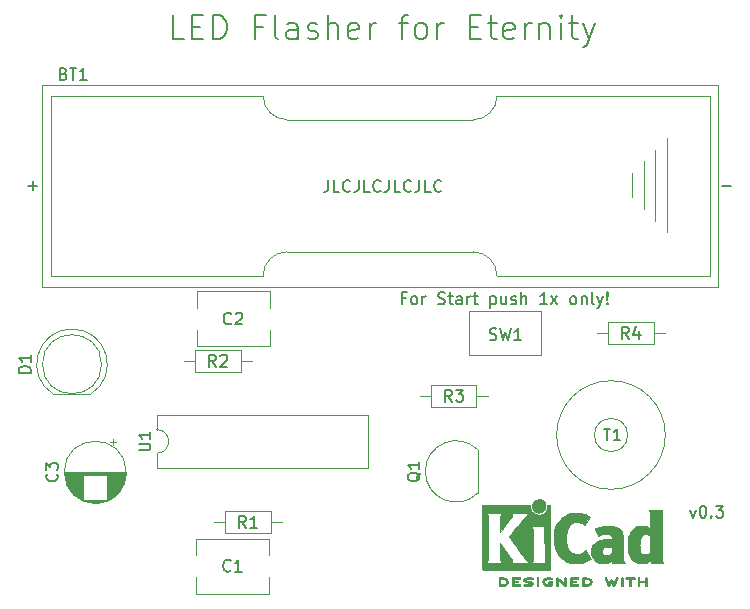
<source format=gbr>
%TF.GenerationSoftware,KiCad,Pcbnew,(5.1.6)-1*%
%TF.CreationDate,2021-01-25T23:31:43+01:00*%
%TF.ProjectId,LEDFlasher,4c454446-6c61-4736-9865-722e6b696361,v 0.3*%
%TF.SameCoordinates,Original*%
%TF.FileFunction,Legend,Top*%
%TF.FilePolarity,Positive*%
%FSLAX46Y46*%
G04 Gerber Fmt 4.6, Leading zero omitted, Abs format (unit mm)*
G04 Created by KiCad (PCBNEW (5.1.6)-1) date 2021-01-25 23:31:43*
%MOMM*%
%LPD*%
G01*
G04 APERTURE LIST*
%ADD10C,0.150000*%
%ADD11C,0.010000*%
%ADD12C,0.120000*%
G04 APERTURE END LIST*
D10*
X133010687Y-90276371D02*
X132677354Y-90276371D01*
X132677354Y-90800180D02*
X132677354Y-89800180D01*
X133153544Y-89800180D01*
X133677354Y-90800180D02*
X133582116Y-90752561D01*
X133534497Y-90704942D01*
X133486878Y-90609704D01*
X133486878Y-90323990D01*
X133534497Y-90228752D01*
X133582116Y-90181133D01*
X133677354Y-90133514D01*
X133820211Y-90133514D01*
X133915449Y-90181133D01*
X133963068Y-90228752D01*
X134010687Y-90323990D01*
X134010687Y-90609704D01*
X133963068Y-90704942D01*
X133915449Y-90752561D01*
X133820211Y-90800180D01*
X133677354Y-90800180D01*
X134439259Y-90800180D02*
X134439259Y-90133514D01*
X134439259Y-90323990D02*
X134486878Y-90228752D01*
X134534497Y-90181133D01*
X134629735Y-90133514D01*
X134724973Y-90133514D01*
X135772592Y-90752561D02*
X135915449Y-90800180D01*
X136153544Y-90800180D01*
X136248782Y-90752561D01*
X136296401Y-90704942D01*
X136344020Y-90609704D01*
X136344020Y-90514466D01*
X136296401Y-90419228D01*
X136248782Y-90371609D01*
X136153544Y-90323990D01*
X135963068Y-90276371D01*
X135867830Y-90228752D01*
X135820211Y-90181133D01*
X135772592Y-90085895D01*
X135772592Y-89990657D01*
X135820211Y-89895419D01*
X135867830Y-89847800D01*
X135963068Y-89800180D01*
X136201163Y-89800180D01*
X136344020Y-89847800D01*
X136629735Y-90133514D02*
X137010687Y-90133514D01*
X136772592Y-89800180D02*
X136772592Y-90657323D01*
X136820211Y-90752561D01*
X136915449Y-90800180D01*
X137010687Y-90800180D01*
X137772592Y-90800180D02*
X137772592Y-90276371D01*
X137724973Y-90181133D01*
X137629735Y-90133514D01*
X137439259Y-90133514D01*
X137344020Y-90181133D01*
X137772592Y-90752561D02*
X137677354Y-90800180D01*
X137439259Y-90800180D01*
X137344020Y-90752561D01*
X137296401Y-90657323D01*
X137296401Y-90562085D01*
X137344020Y-90466847D01*
X137439259Y-90419228D01*
X137677354Y-90419228D01*
X137772592Y-90371609D01*
X138248782Y-90800180D02*
X138248782Y-90133514D01*
X138248782Y-90323990D02*
X138296401Y-90228752D01*
X138344020Y-90181133D01*
X138439259Y-90133514D01*
X138534497Y-90133514D01*
X138724973Y-90133514D02*
X139105925Y-90133514D01*
X138867830Y-89800180D02*
X138867830Y-90657323D01*
X138915449Y-90752561D01*
X139010687Y-90800180D01*
X139105925Y-90800180D01*
X140201163Y-90133514D02*
X140201163Y-91133514D01*
X140201163Y-90181133D02*
X140296401Y-90133514D01*
X140486878Y-90133514D01*
X140582116Y-90181133D01*
X140629735Y-90228752D01*
X140677354Y-90323990D01*
X140677354Y-90609704D01*
X140629735Y-90704942D01*
X140582116Y-90752561D01*
X140486878Y-90800180D01*
X140296401Y-90800180D01*
X140201163Y-90752561D01*
X141534497Y-90133514D02*
X141534497Y-90800180D01*
X141105925Y-90133514D02*
X141105925Y-90657323D01*
X141153544Y-90752561D01*
X141248782Y-90800180D01*
X141391640Y-90800180D01*
X141486878Y-90752561D01*
X141534497Y-90704942D01*
X141963068Y-90752561D02*
X142058306Y-90800180D01*
X142248782Y-90800180D01*
X142344020Y-90752561D01*
X142391640Y-90657323D01*
X142391640Y-90609704D01*
X142344020Y-90514466D01*
X142248782Y-90466847D01*
X142105925Y-90466847D01*
X142010687Y-90419228D01*
X141963068Y-90323990D01*
X141963068Y-90276371D01*
X142010687Y-90181133D01*
X142105925Y-90133514D01*
X142248782Y-90133514D01*
X142344020Y-90181133D01*
X142820211Y-90800180D02*
X142820211Y-89800180D01*
X143248782Y-90800180D02*
X143248782Y-90276371D01*
X143201163Y-90181133D01*
X143105925Y-90133514D01*
X142963068Y-90133514D01*
X142867830Y-90181133D01*
X142820211Y-90228752D01*
X145010687Y-90800180D02*
X144439259Y-90800180D01*
X144724973Y-90800180D02*
X144724973Y-89800180D01*
X144629735Y-89943038D01*
X144534497Y-90038276D01*
X144439259Y-90085895D01*
X145344020Y-90800180D02*
X145867830Y-90133514D01*
X145344020Y-90133514D02*
X145867830Y-90800180D01*
X147153544Y-90800180D02*
X147058306Y-90752561D01*
X147010687Y-90704942D01*
X146963068Y-90609704D01*
X146963068Y-90323990D01*
X147010687Y-90228752D01*
X147058306Y-90181133D01*
X147153544Y-90133514D01*
X147296401Y-90133514D01*
X147391640Y-90181133D01*
X147439259Y-90228752D01*
X147486878Y-90323990D01*
X147486878Y-90609704D01*
X147439259Y-90704942D01*
X147391640Y-90752561D01*
X147296401Y-90800180D01*
X147153544Y-90800180D01*
X147915449Y-90133514D02*
X147915449Y-90800180D01*
X147915449Y-90228752D02*
X147963068Y-90181133D01*
X148058306Y-90133514D01*
X148201163Y-90133514D01*
X148296401Y-90181133D01*
X148344020Y-90276371D01*
X148344020Y-90800180D01*
X148963068Y-90800180D02*
X148867830Y-90752561D01*
X148820211Y-90657323D01*
X148820211Y-89800180D01*
X149248782Y-90133514D02*
X149486878Y-90800180D01*
X149724973Y-90133514D02*
X149486878Y-90800180D01*
X149391640Y-91038276D01*
X149344020Y-91085895D01*
X149248782Y-91133514D01*
X150105925Y-90704942D02*
X150153544Y-90752561D01*
X150105925Y-90800180D01*
X150058306Y-90752561D01*
X150105925Y-90704942D01*
X150105925Y-90800180D01*
X150105925Y-90419228D02*
X150058306Y-89847800D01*
X150105925Y-89800180D01*
X150153544Y-89847800D01*
X150105925Y-90419228D01*
X150105925Y-89800180D01*
X157102988Y-108195454D02*
X157341083Y-108862120D01*
X157579179Y-108195454D01*
X158150607Y-107862120D02*
X158245845Y-107862120D01*
X158341083Y-107909740D01*
X158388702Y-107957359D01*
X158436321Y-108052597D01*
X158483940Y-108243073D01*
X158483940Y-108481168D01*
X158436321Y-108671644D01*
X158388702Y-108766882D01*
X158341083Y-108814501D01*
X158245845Y-108862120D01*
X158150607Y-108862120D01*
X158055369Y-108814501D01*
X158007750Y-108766882D01*
X157960131Y-108671644D01*
X157912512Y-108481168D01*
X157912512Y-108243073D01*
X157960131Y-108052597D01*
X158007750Y-107957359D01*
X158055369Y-107909740D01*
X158150607Y-107862120D01*
X158912512Y-108766882D02*
X158960131Y-108814501D01*
X158912512Y-108862120D01*
X158864893Y-108814501D01*
X158912512Y-108766882D01*
X158912512Y-108862120D01*
X159293464Y-107862120D02*
X159912512Y-107862120D01*
X159579179Y-108243073D01*
X159722036Y-108243073D01*
X159817274Y-108290692D01*
X159864893Y-108338311D01*
X159912512Y-108433549D01*
X159912512Y-108671644D01*
X159864893Y-108766882D01*
X159817274Y-108814501D01*
X159722036Y-108862120D01*
X159436321Y-108862120D01*
X159341083Y-108814501D01*
X159293464Y-108766882D01*
X126465272Y-80298040D02*
X126465272Y-81012326D01*
X126417653Y-81155183D01*
X126322415Y-81250421D01*
X126179558Y-81298040D01*
X126084320Y-81298040D01*
X127417653Y-81298040D02*
X126941462Y-81298040D01*
X126941462Y-80298040D01*
X128322415Y-81202802D02*
X128274796Y-81250421D01*
X128131939Y-81298040D01*
X128036700Y-81298040D01*
X127893843Y-81250421D01*
X127798605Y-81155183D01*
X127750986Y-81059945D01*
X127703367Y-80869469D01*
X127703367Y-80726612D01*
X127750986Y-80536136D01*
X127798605Y-80440898D01*
X127893843Y-80345660D01*
X128036700Y-80298040D01*
X128131939Y-80298040D01*
X128274796Y-80345660D01*
X128322415Y-80393279D01*
X129036700Y-80298040D02*
X129036700Y-81012326D01*
X128989081Y-81155183D01*
X128893843Y-81250421D01*
X128750986Y-81298040D01*
X128655748Y-81298040D01*
X129989081Y-81298040D02*
X129512891Y-81298040D01*
X129512891Y-80298040D01*
X130893843Y-81202802D02*
X130846224Y-81250421D01*
X130703367Y-81298040D01*
X130608129Y-81298040D01*
X130465272Y-81250421D01*
X130370034Y-81155183D01*
X130322415Y-81059945D01*
X130274796Y-80869469D01*
X130274796Y-80726612D01*
X130322415Y-80536136D01*
X130370034Y-80440898D01*
X130465272Y-80345660D01*
X130608129Y-80298040D01*
X130703367Y-80298040D01*
X130846224Y-80345660D01*
X130893843Y-80393279D01*
X131608129Y-80298040D02*
X131608129Y-81012326D01*
X131560510Y-81155183D01*
X131465272Y-81250421D01*
X131322415Y-81298040D01*
X131227177Y-81298040D01*
X132560510Y-81298040D02*
X132084320Y-81298040D01*
X132084320Y-80298040D01*
X133465272Y-81202802D02*
X133417653Y-81250421D01*
X133274796Y-81298040D01*
X133179558Y-81298040D01*
X133036700Y-81250421D01*
X132941462Y-81155183D01*
X132893843Y-81059945D01*
X132846224Y-80869469D01*
X132846224Y-80726612D01*
X132893843Y-80536136D01*
X132941462Y-80440898D01*
X133036700Y-80345660D01*
X133179558Y-80298040D01*
X133274796Y-80298040D01*
X133417653Y-80345660D01*
X133465272Y-80393279D01*
X134179558Y-80298040D02*
X134179558Y-81012326D01*
X134131939Y-81155183D01*
X134036700Y-81250421D01*
X133893843Y-81298040D01*
X133798605Y-81298040D01*
X135131939Y-81298040D02*
X134655748Y-81298040D01*
X134655748Y-80298040D01*
X136036700Y-81202802D02*
X135989081Y-81250421D01*
X135846224Y-81298040D01*
X135750986Y-81298040D01*
X135608129Y-81250421D01*
X135512891Y-81155183D01*
X135465272Y-81059945D01*
X135417653Y-80869469D01*
X135417653Y-80726612D01*
X135465272Y-80536136D01*
X135512891Y-80440898D01*
X135608129Y-80345660D01*
X135750986Y-80298040D01*
X135846224Y-80298040D01*
X135989081Y-80345660D01*
X136036700Y-80393279D01*
X114254476Y-68341761D02*
X113302095Y-68341761D01*
X113302095Y-66341761D01*
X114921142Y-67294142D02*
X115587809Y-67294142D01*
X115873523Y-68341761D02*
X114921142Y-68341761D01*
X114921142Y-66341761D01*
X115873523Y-66341761D01*
X116730666Y-68341761D02*
X116730666Y-66341761D01*
X117206857Y-66341761D01*
X117492571Y-66437000D01*
X117683047Y-66627476D01*
X117778285Y-66817952D01*
X117873523Y-67198904D01*
X117873523Y-67484619D01*
X117778285Y-67865571D01*
X117683047Y-68056047D01*
X117492571Y-68246523D01*
X117206857Y-68341761D01*
X116730666Y-68341761D01*
X120921142Y-67294142D02*
X120254476Y-67294142D01*
X120254476Y-68341761D02*
X120254476Y-66341761D01*
X121206857Y-66341761D01*
X122254476Y-68341761D02*
X122064000Y-68246523D01*
X121968761Y-68056047D01*
X121968761Y-66341761D01*
X123873523Y-68341761D02*
X123873523Y-67294142D01*
X123778285Y-67103666D01*
X123587809Y-67008428D01*
X123206857Y-67008428D01*
X123016380Y-67103666D01*
X123873523Y-68246523D02*
X123683047Y-68341761D01*
X123206857Y-68341761D01*
X123016380Y-68246523D01*
X122921142Y-68056047D01*
X122921142Y-67865571D01*
X123016380Y-67675095D01*
X123206857Y-67579857D01*
X123683047Y-67579857D01*
X123873523Y-67484619D01*
X124730666Y-68246523D02*
X124921142Y-68341761D01*
X125302095Y-68341761D01*
X125492571Y-68246523D01*
X125587809Y-68056047D01*
X125587809Y-67960809D01*
X125492571Y-67770333D01*
X125302095Y-67675095D01*
X125016380Y-67675095D01*
X124825904Y-67579857D01*
X124730666Y-67389380D01*
X124730666Y-67294142D01*
X124825904Y-67103666D01*
X125016380Y-67008428D01*
X125302095Y-67008428D01*
X125492571Y-67103666D01*
X126444952Y-68341761D02*
X126444952Y-66341761D01*
X127302095Y-68341761D02*
X127302095Y-67294142D01*
X127206857Y-67103666D01*
X127016380Y-67008428D01*
X126730666Y-67008428D01*
X126540190Y-67103666D01*
X126444952Y-67198904D01*
X129016380Y-68246523D02*
X128825904Y-68341761D01*
X128444952Y-68341761D01*
X128254476Y-68246523D01*
X128159238Y-68056047D01*
X128159238Y-67294142D01*
X128254476Y-67103666D01*
X128444952Y-67008428D01*
X128825904Y-67008428D01*
X129016380Y-67103666D01*
X129111619Y-67294142D01*
X129111619Y-67484619D01*
X128159238Y-67675095D01*
X129968761Y-68341761D02*
X129968761Y-67008428D01*
X129968761Y-67389380D02*
X130064000Y-67198904D01*
X130159238Y-67103666D01*
X130349714Y-67008428D01*
X130540190Y-67008428D01*
X132444952Y-67008428D02*
X133206857Y-67008428D01*
X132730666Y-68341761D02*
X132730666Y-66627476D01*
X132825904Y-66437000D01*
X133016380Y-66341761D01*
X133206857Y-66341761D01*
X134159238Y-68341761D02*
X133968761Y-68246523D01*
X133873523Y-68151285D01*
X133778285Y-67960809D01*
X133778285Y-67389380D01*
X133873523Y-67198904D01*
X133968761Y-67103666D01*
X134159238Y-67008428D01*
X134444952Y-67008428D01*
X134635428Y-67103666D01*
X134730666Y-67198904D01*
X134825904Y-67389380D01*
X134825904Y-67960809D01*
X134730666Y-68151285D01*
X134635428Y-68246523D01*
X134444952Y-68341761D01*
X134159238Y-68341761D01*
X135683047Y-68341761D02*
X135683047Y-67008428D01*
X135683047Y-67389380D02*
X135778285Y-67198904D01*
X135873523Y-67103666D01*
X136064000Y-67008428D01*
X136254476Y-67008428D01*
X138444952Y-67294142D02*
X139111619Y-67294142D01*
X139397333Y-68341761D02*
X138444952Y-68341761D01*
X138444952Y-66341761D01*
X139397333Y-66341761D01*
X139968761Y-67008428D02*
X140730666Y-67008428D01*
X140254476Y-66341761D02*
X140254476Y-68056047D01*
X140349714Y-68246523D01*
X140540190Y-68341761D01*
X140730666Y-68341761D01*
X142159238Y-68246523D02*
X141968761Y-68341761D01*
X141587809Y-68341761D01*
X141397333Y-68246523D01*
X141302095Y-68056047D01*
X141302095Y-67294142D01*
X141397333Y-67103666D01*
X141587809Y-67008428D01*
X141968761Y-67008428D01*
X142159238Y-67103666D01*
X142254476Y-67294142D01*
X142254476Y-67484619D01*
X141302095Y-67675095D01*
X143111619Y-68341761D02*
X143111619Y-67008428D01*
X143111619Y-67389380D02*
X143206857Y-67198904D01*
X143302095Y-67103666D01*
X143492571Y-67008428D01*
X143683047Y-67008428D01*
X144349714Y-67008428D02*
X144349714Y-68341761D01*
X144349714Y-67198904D02*
X144444952Y-67103666D01*
X144635428Y-67008428D01*
X144921142Y-67008428D01*
X145111619Y-67103666D01*
X145206857Y-67294142D01*
X145206857Y-68341761D01*
X146159238Y-68341761D02*
X146159238Y-67008428D01*
X146159238Y-66341761D02*
X146064000Y-66437000D01*
X146159238Y-66532238D01*
X146254476Y-66437000D01*
X146159238Y-66341761D01*
X146159238Y-66532238D01*
X146825904Y-67008428D02*
X147587809Y-67008428D01*
X147111619Y-66341761D02*
X147111619Y-68056047D01*
X147206857Y-68246523D01*
X147397333Y-68341761D01*
X147587809Y-68341761D01*
X148064000Y-67008428D02*
X148540190Y-68341761D01*
X149016380Y-67008428D02*
X148540190Y-68341761D01*
X148349714Y-68817952D01*
X148254476Y-68913190D01*
X148064000Y-69008428D01*
D11*
%TO.C,REF\u002A\u002A*%
G36*
X141194077Y-107760489D02*
G01*
X141458600Y-107760525D01*
X141581732Y-107760530D01*
X143552631Y-107760530D01*
X143552631Y-107876710D01*
X143565031Y-108018091D01*
X143602456Y-108148484D01*
X143665243Y-108268662D01*
X143753726Y-108379402D01*
X143783663Y-108409311D01*
X143891354Y-108494148D01*
X144010095Y-108556021D01*
X144136360Y-108594959D01*
X144266623Y-108610990D01*
X144397355Y-108604142D01*
X144525032Y-108574443D01*
X144646125Y-108521920D01*
X144757108Y-108446603D01*
X144806952Y-108401163D01*
X144899837Y-108289752D01*
X144967947Y-108167235D01*
X145010691Y-108035015D01*
X145027473Y-107894492D01*
X145027696Y-107880667D01*
X145028576Y-107760534D01*
X145081377Y-107760532D01*
X145128216Y-107766889D01*
X145171003Y-107782356D01*
X145173831Y-107783954D01*
X145183495Y-107788968D01*
X145192369Y-107792873D01*
X145200485Y-107796807D01*
X145207877Y-107801906D01*
X145214575Y-107809308D01*
X145220612Y-107820151D01*
X145226019Y-107835572D01*
X145230830Y-107856709D01*
X145235075Y-107884699D01*
X145238788Y-107920679D01*
X145241999Y-107965787D01*
X145244742Y-108021160D01*
X145247048Y-108087937D01*
X145248949Y-108167253D01*
X145250478Y-108260247D01*
X145251666Y-108368057D01*
X145252546Y-108491819D01*
X145253150Y-108632671D01*
X145253509Y-108791750D01*
X145253655Y-108970195D01*
X145253622Y-109169142D01*
X145253440Y-109389729D01*
X145253143Y-109633093D01*
X145252761Y-109900372D01*
X145252328Y-110192703D01*
X145251875Y-110511224D01*
X145251822Y-110550030D01*
X145251416Y-110870582D01*
X145251071Y-111164812D01*
X145250751Y-111433856D01*
X145250420Y-111678852D01*
X145250041Y-111900937D01*
X145249577Y-112101247D01*
X145248992Y-112280919D01*
X145248250Y-112441090D01*
X145247314Y-112582898D01*
X145246147Y-112707479D01*
X145244713Y-112815970D01*
X145242976Y-112909507D01*
X145240898Y-112989229D01*
X145238444Y-113056272D01*
X145235576Y-113111773D01*
X145232259Y-113156868D01*
X145228456Y-113192695D01*
X145224130Y-113220391D01*
X145219245Y-113241093D01*
X145213765Y-113255937D01*
X145207652Y-113266060D01*
X145200870Y-113272600D01*
X145193383Y-113276693D01*
X145185154Y-113279476D01*
X145176147Y-113282087D01*
X145166325Y-113285662D01*
X145163926Y-113286750D01*
X145156385Y-113289196D01*
X145143764Y-113291442D01*
X145124961Y-113293498D01*
X145098873Y-113295372D01*
X145064398Y-113297071D01*
X145020435Y-113298603D01*
X144965881Y-113299977D01*
X144899635Y-113301200D01*
X144820594Y-113302281D01*
X144727657Y-113303227D01*
X144619721Y-113304047D01*
X144495684Y-113304747D01*
X144354444Y-113305338D01*
X144194899Y-113305825D01*
X144015948Y-113306219D01*
X143816488Y-113306525D01*
X143595416Y-113306753D01*
X143351632Y-113306910D01*
X143084033Y-113307005D01*
X142791517Y-113307045D01*
X142472981Y-113307038D01*
X142369799Y-113307028D01*
X142044197Y-113306976D01*
X141744939Y-113306891D01*
X141470911Y-113306763D01*
X141220996Y-113306585D01*
X140994080Y-113306348D01*
X140789047Y-113306042D01*
X140604782Y-113305660D01*
X140440170Y-113305192D01*
X140294095Y-113304630D01*
X140165444Y-113303965D01*
X140053099Y-113303188D01*
X139955946Y-113302291D01*
X139872870Y-113301265D01*
X139802756Y-113300101D01*
X139744488Y-113298791D01*
X139696951Y-113297325D01*
X139659030Y-113295696D01*
X139629610Y-113293893D01*
X139607575Y-113291910D01*
X139591810Y-113289736D01*
X139581200Y-113287363D01*
X139575416Y-113285191D01*
X139565136Y-113280856D01*
X139555698Y-113277659D01*
X139547065Y-113274465D01*
X139539201Y-113270138D01*
X139532072Y-113263544D01*
X139525641Y-113253547D01*
X139519873Y-113239012D01*
X139514731Y-113218803D01*
X139510180Y-113191785D01*
X139506185Y-113156823D01*
X139502709Y-113112781D01*
X139499718Y-113058524D01*
X139497174Y-112992917D01*
X139495043Y-112914824D01*
X139493288Y-112823110D01*
X139491875Y-112716640D01*
X139491505Y-112675773D01*
X139857936Y-112675773D01*
X141153086Y-112675773D01*
X141128165Y-112638017D01*
X141103373Y-112599217D01*
X141082380Y-112562269D01*
X141064885Y-112524588D01*
X141050590Y-112483588D01*
X141039197Y-112436683D01*
X141030407Y-112381287D01*
X141023922Y-112314816D01*
X141019443Y-112234683D01*
X141016670Y-112138302D01*
X141015307Y-112023089D01*
X141015053Y-111886457D01*
X141015611Y-111725820D01*
X141015927Y-111666182D01*
X141019495Y-111026841D01*
X141424522Y-111578249D01*
X141539266Y-111734676D01*
X141638677Y-111870888D01*
X141723830Y-111988690D01*
X141795798Y-112089884D01*
X141855654Y-112176277D01*
X141904472Y-112249674D01*
X141943325Y-112311877D01*
X141973286Y-112364693D01*
X141995429Y-112409925D01*
X142010827Y-112449378D01*
X142020554Y-112484858D01*
X142025683Y-112518168D01*
X142027288Y-112551113D01*
X142026441Y-112585497D01*
X142026225Y-112589819D01*
X142021766Y-112675831D01*
X143441128Y-112675773D01*
X143335555Y-112569322D01*
X143306907Y-112540206D01*
X143279730Y-112511876D01*
X143252831Y-112482768D01*
X143225017Y-112451320D01*
X143195095Y-112415969D01*
X143161874Y-112375154D01*
X143124159Y-112327311D01*
X143080760Y-112270879D01*
X143030482Y-112204294D01*
X142972132Y-112125995D01*
X142904520Y-112034419D01*
X142826451Y-111928004D01*
X142736732Y-111805187D01*
X142634172Y-111664405D01*
X142517578Y-111504097D01*
X142422011Y-111372598D01*
X142302071Y-111207396D01*
X142197440Y-111062952D01*
X142107172Y-110937894D01*
X142030317Y-110830852D01*
X141965929Y-110740454D01*
X141913059Y-110665329D01*
X141870760Y-110604104D01*
X141838084Y-110555410D01*
X141814082Y-110517874D01*
X141797807Y-110490125D01*
X141788312Y-110470792D01*
X141784647Y-110458503D01*
X141785749Y-110452042D01*
X141799096Y-110434848D01*
X141827954Y-110398455D01*
X141870580Y-110345024D01*
X141925235Y-110276719D01*
X141990176Y-110195703D01*
X142063662Y-110104140D01*
X142143952Y-110004192D01*
X142229305Y-109898024D01*
X142317980Y-109787797D01*
X142408234Y-109675676D01*
X142457876Y-109614044D01*
X143690447Y-109614044D01*
X143741674Y-109706719D01*
X143792901Y-109799395D01*
X143792901Y-112490422D01*
X143741674Y-112583098D01*
X143690447Y-112675773D01*
X144296424Y-112675773D01*
X144441086Y-112675731D01*
X144560576Y-112675541D01*
X144657178Y-112675108D01*
X144733178Y-112674336D01*
X144790863Y-112673130D01*
X144832519Y-112671394D01*
X144860431Y-112669032D01*
X144876885Y-112665950D01*
X144884168Y-112662051D01*
X144884565Y-112657240D01*
X144880362Y-112651422D01*
X144880319Y-112651374D01*
X144863007Y-112626332D01*
X144840084Y-112585615D01*
X144819839Y-112544968D01*
X144781441Y-112462962D01*
X144773609Y-109614044D01*
X143690447Y-109614044D01*
X142457876Y-109614044D01*
X142498327Y-109563824D01*
X142586518Y-109454404D01*
X142671066Y-109349578D01*
X142750228Y-109251511D01*
X142822264Y-109162366D01*
X142885433Y-109084305D01*
X142937993Y-109019492D01*
X142978203Y-108970090D01*
X143001820Y-108941287D01*
X143093530Y-108833578D01*
X143181760Y-108736380D01*
X143263417Y-108652876D01*
X143335410Y-108586248D01*
X143386501Y-108545399D01*
X143446913Y-108501935D01*
X142057522Y-108501935D01*
X142057912Y-108583466D01*
X142054029Y-108643406D01*
X142039430Y-108698977D01*
X142016832Y-108751655D01*
X142002142Y-108781415D01*
X141986348Y-108810903D01*
X141968006Y-108842076D01*
X141945675Y-108876893D01*
X141917911Y-108917310D01*
X141883271Y-108965286D01*
X141840313Y-109022778D01*
X141787593Y-109091743D01*
X141723669Y-109174139D01*
X141647099Y-109271924D01*
X141556439Y-109387055D01*
X141450246Y-109521490D01*
X141438252Y-109536659D01*
X141019495Y-110066212D01*
X141015442Y-109479722D01*
X141014625Y-109304051D01*
X141014799Y-109155332D01*
X141015971Y-109033075D01*
X141018151Y-108936789D01*
X141021346Y-108865983D01*
X141025564Y-108820169D01*
X141026982Y-108811479D01*
X141049229Y-108719935D01*
X141078377Y-108637408D01*
X141111638Y-108571053D01*
X141131620Y-108542910D01*
X141166098Y-108501935D01*
X140511906Y-108501935D01*
X140355851Y-108502069D01*
X140225353Y-108502503D01*
X140118510Y-108503289D01*
X140033422Y-108504476D01*
X139968185Y-108506117D01*
X139920899Y-108508261D01*
X139889663Y-108510959D01*
X139872574Y-108514262D01*
X139867732Y-108518221D01*
X139868067Y-108519098D01*
X139881935Y-108540031D01*
X139905088Y-108573212D01*
X139917066Y-108589993D01*
X139929451Y-108606740D01*
X139940583Y-108621715D01*
X139950532Y-108636394D01*
X139959369Y-108652249D01*
X139967163Y-108670755D01*
X139973985Y-108693385D01*
X139979904Y-108721613D01*
X139984991Y-108756913D01*
X139989316Y-108800758D01*
X139992949Y-108854622D01*
X139995960Y-108919980D01*
X139998419Y-108998304D01*
X140000397Y-109091068D01*
X140001962Y-109199747D01*
X140003186Y-109325813D01*
X140004139Y-109470742D01*
X140004890Y-109636006D01*
X140005509Y-109823079D01*
X140006068Y-110033435D01*
X140006635Y-110268548D01*
X140007165Y-110484541D01*
X140007665Y-110725335D01*
X140007925Y-110955074D01*
X140007952Y-111172293D01*
X140007753Y-111375522D01*
X140007334Y-111563296D01*
X140006702Y-111734145D01*
X140005864Y-111886603D01*
X140004828Y-112019203D01*
X140003600Y-112130476D01*
X140002187Y-112218956D01*
X140000595Y-112283175D01*
X139998833Y-112321665D01*
X139998499Y-112325733D01*
X139986354Y-112419048D01*
X139967393Y-112493990D01*
X139938518Y-112559394D01*
X139896630Y-112624093D01*
X139891391Y-112631152D01*
X139857936Y-112675773D01*
X139491505Y-112675773D01*
X139490766Y-112594279D01*
X139489927Y-112454890D01*
X139489322Y-112297339D01*
X139488915Y-112120491D01*
X139488670Y-111923210D01*
X139488553Y-111704360D01*
X139488525Y-111462807D01*
X139488553Y-111197415D01*
X139488600Y-110907049D01*
X139488630Y-110590573D01*
X139488631Y-110527746D01*
X139488648Y-110207937D01*
X139488708Y-109914461D01*
X139488818Y-109646190D01*
X139488987Y-109401998D01*
X139489223Y-109180757D01*
X139489536Y-108981340D01*
X139489935Y-108802620D01*
X139490427Y-108643471D01*
X139491023Y-108502766D01*
X139491730Y-108379376D01*
X139492557Y-108272176D01*
X139493513Y-108180038D01*
X139494607Y-108101835D01*
X139495847Y-108036441D01*
X139497242Y-107982728D01*
X139498802Y-107939569D01*
X139500534Y-107905837D01*
X139502448Y-107880405D01*
X139504552Y-107862147D01*
X139506854Y-107849934D01*
X139509365Y-107842641D01*
X139509457Y-107842459D01*
X139514628Y-107831318D01*
X139518935Y-107821231D01*
X139523699Y-107812146D01*
X139530242Y-107804012D01*
X139539885Y-107796776D01*
X139553949Y-107790386D01*
X139573757Y-107784789D01*
X139600629Y-107779933D01*
X139635887Y-107775766D01*
X139680852Y-107772236D01*
X139736846Y-107769291D01*
X139805191Y-107766877D01*
X139887206Y-107764944D01*
X139984215Y-107763438D01*
X140097538Y-107762308D01*
X140228497Y-107761502D01*
X140378413Y-107760966D01*
X140548607Y-107760649D01*
X140740402Y-107760499D01*
X140955118Y-107760463D01*
X141194077Y-107760489D01*
G37*
X141194077Y-107760489D02*
X141458600Y-107760525D01*
X141581732Y-107760530D01*
X143552631Y-107760530D01*
X143552631Y-107876710D01*
X143565031Y-108018091D01*
X143602456Y-108148484D01*
X143665243Y-108268662D01*
X143753726Y-108379402D01*
X143783663Y-108409311D01*
X143891354Y-108494148D01*
X144010095Y-108556021D01*
X144136360Y-108594959D01*
X144266623Y-108610990D01*
X144397355Y-108604142D01*
X144525032Y-108574443D01*
X144646125Y-108521920D01*
X144757108Y-108446603D01*
X144806952Y-108401163D01*
X144899837Y-108289752D01*
X144967947Y-108167235D01*
X145010691Y-108035015D01*
X145027473Y-107894492D01*
X145027696Y-107880667D01*
X145028576Y-107760534D01*
X145081377Y-107760532D01*
X145128216Y-107766889D01*
X145171003Y-107782356D01*
X145173831Y-107783954D01*
X145183495Y-107788968D01*
X145192369Y-107792873D01*
X145200485Y-107796807D01*
X145207877Y-107801906D01*
X145214575Y-107809308D01*
X145220612Y-107820151D01*
X145226019Y-107835572D01*
X145230830Y-107856709D01*
X145235075Y-107884699D01*
X145238788Y-107920679D01*
X145241999Y-107965787D01*
X145244742Y-108021160D01*
X145247048Y-108087937D01*
X145248949Y-108167253D01*
X145250478Y-108260247D01*
X145251666Y-108368057D01*
X145252546Y-108491819D01*
X145253150Y-108632671D01*
X145253509Y-108791750D01*
X145253655Y-108970195D01*
X145253622Y-109169142D01*
X145253440Y-109389729D01*
X145253143Y-109633093D01*
X145252761Y-109900372D01*
X145252328Y-110192703D01*
X145251875Y-110511224D01*
X145251822Y-110550030D01*
X145251416Y-110870582D01*
X145251071Y-111164812D01*
X145250751Y-111433856D01*
X145250420Y-111678852D01*
X145250041Y-111900937D01*
X145249577Y-112101247D01*
X145248992Y-112280919D01*
X145248250Y-112441090D01*
X145247314Y-112582898D01*
X145246147Y-112707479D01*
X145244713Y-112815970D01*
X145242976Y-112909507D01*
X145240898Y-112989229D01*
X145238444Y-113056272D01*
X145235576Y-113111773D01*
X145232259Y-113156868D01*
X145228456Y-113192695D01*
X145224130Y-113220391D01*
X145219245Y-113241093D01*
X145213765Y-113255937D01*
X145207652Y-113266060D01*
X145200870Y-113272600D01*
X145193383Y-113276693D01*
X145185154Y-113279476D01*
X145176147Y-113282087D01*
X145166325Y-113285662D01*
X145163926Y-113286750D01*
X145156385Y-113289196D01*
X145143764Y-113291442D01*
X145124961Y-113293498D01*
X145098873Y-113295372D01*
X145064398Y-113297071D01*
X145020435Y-113298603D01*
X144965881Y-113299977D01*
X144899635Y-113301200D01*
X144820594Y-113302281D01*
X144727657Y-113303227D01*
X144619721Y-113304047D01*
X144495684Y-113304747D01*
X144354444Y-113305338D01*
X144194899Y-113305825D01*
X144015948Y-113306219D01*
X143816488Y-113306525D01*
X143595416Y-113306753D01*
X143351632Y-113306910D01*
X143084033Y-113307005D01*
X142791517Y-113307045D01*
X142472981Y-113307038D01*
X142369799Y-113307028D01*
X142044197Y-113306976D01*
X141744939Y-113306891D01*
X141470911Y-113306763D01*
X141220996Y-113306585D01*
X140994080Y-113306348D01*
X140789047Y-113306042D01*
X140604782Y-113305660D01*
X140440170Y-113305192D01*
X140294095Y-113304630D01*
X140165444Y-113303965D01*
X140053099Y-113303188D01*
X139955946Y-113302291D01*
X139872870Y-113301265D01*
X139802756Y-113300101D01*
X139744488Y-113298791D01*
X139696951Y-113297325D01*
X139659030Y-113295696D01*
X139629610Y-113293893D01*
X139607575Y-113291910D01*
X139591810Y-113289736D01*
X139581200Y-113287363D01*
X139575416Y-113285191D01*
X139565136Y-113280856D01*
X139555698Y-113277659D01*
X139547065Y-113274465D01*
X139539201Y-113270138D01*
X139532072Y-113263544D01*
X139525641Y-113253547D01*
X139519873Y-113239012D01*
X139514731Y-113218803D01*
X139510180Y-113191785D01*
X139506185Y-113156823D01*
X139502709Y-113112781D01*
X139499718Y-113058524D01*
X139497174Y-112992917D01*
X139495043Y-112914824D01*
X139493288Y-112823110D01*
X139491875Y-112716640D01*
X139491505Y-112675773D01*
X139857936Y-112675773D01*
X141153086Y-112675773D01*
X141128165Y-112638017D01*
X141103373Y-112599217D01*
X141082380Y-112562269D01*
X141064885Y-112524588D01*
X141050590Y-112483588D01*
X141039197Y-112436683D01*
X141030407Y-112381287D01*
X141023922Y-112314816D01*
X141019443Y-112234683D01*
X141016670Y-112138302D01*
X141015307Y-112023089D01*
X141015053Y-111886457D01*
X141015611Y-111725820D01*
X141015927Y-111666182D01*
X141019495Y-111026841D01*
X141424522Y-111578249D01*
X141539266Y-111734676D01*
X141638677Y-111870888D01*
X141723830Y-111988690D01*
X141795798Y-112089884D01*
X141855654Y-112176277D01*
X141904472Y-112249674D01*
X141943325Y-112311877D01*
X141973286Y-112364693D01*
X141995429Y-112409925D01*
X142010827Y-112449378D01*
X142020554Y-112484858D01*
X142025683Y-112518168D01*
X142027288Y-112551113D01*
X142026441Y-112585497D01*
X142026225Y-112589819D01*
X142021766Y-112675831D01*
X143441128Y-112675773D01*
X143335555Y-112569322D01*
X143306907Y-112540206D01*
X143279730Y-112511876D01*
X143252831Y-112482768D01*
X143225017Y-112451320D01*
X143195095Y-112415969D01*
X143161874Y-112375154D01*
X143124159Y-112327311D01*
X143080760Y-112270879D01*
X143030482Y-112204294D01*
X142972132Y-112125995D01*
X142904520Y-112034419D01*
X142826451Y-111928004D01*
X142736732Y-111805187D01*
X142634172Y-111664405D01*
X142517578Y-111504097D01*
X142422011Y-111372598D01*
X142302071Y-111207396D01*
X142197440Y-111062952D01*
X142107172Y-110937894D01*
X142030317Y-110830852D01*
X141965929Y-110740454D01*
X141913059Y-110665329D01*
X141870760Y-110604104D01*
X141838084Y-110555410D01*
X141814082Y-110517874D01*
X141797807Y-110490125D01*
X141788312Y-110470792D01*
X141784647Y-110458503D01*
X141785749Y-110452042D01*
X141799096Y-110434848D01*
X141827954Y-110398455D01*
X141870580Y-110345024D01*
X141925235Y-110276719D01*
X141990176Y-110195703D01*
X142063662Y-110104140D01*
X142143952Y-110004192D01*
X142229305Y-109898024D01*
X142317980Y-109787797D01*
X142408234Y-109675676D01*
X142457876Y-109614044D01*
X143690447Y-109614044D01*
X143741674Y-109706719D01*
X143792901Y-109799395D01*
X143792901Y-112490422D01*
X143741674Y-112583098D01*
X143690447Y-112675773D01*
X144296424Y-112675773D01*
X144441086Y-112675731D01*
X144560576Y-112675541D01*
X144657178Y-112675108D01*
X144733178Y-112674336D01*
X144790863Y-112673130D01*
X144832519Y-112671394D01*
X144860431Y-112669032D01*
X144876885Y-112665950D01*
X144884168Y-112662051D01*
X144884565Y-112657240D01*
X144880362Y-112651422D01*
X144880319Y-112651374D01*
X144863007Y-112626332D01*
X144840084Y-112585615D01*
X144819839Y-112544968D01*
X144781441Y-112462962D01*
X144773609Y-109614044D01*
X143690447Y-109614044D01*
X142457876Y-109614044D01*
X142498327Y-109563824D01*
X142586518Y-109454404D01*
X142671066Y-109349578D01*
X142750228Y-109251511D01*
X142822264Y-109162366D01*
X142885433Y-109084305D01*
X142937993Y-109019492D01*
X142978203Y-108970090D01*
X143001820Y-108941287D01*
X143093530Y-108833578D01*
X143181760Y-108736380D01*
X143263417Y-108652876D01*
X143335410Y-108586248D01*
X143386501Y-108545399D01*
X143446913Y-108501935D01*
X142057522Y-108501935D01*
X142057912Y-108583466D01*
X142054029Y-108643406D01*
X142039430Y-108698977D01*
X142016832Y-108751655D01*
X142002142Y-108781415D01*
X141986348Y-108810903D01*
X141968006Y-108842076D01*
X141945675Y-108876893D01*
X141917911Y-108917310D01*
X141883271Y-108965286D01*
X141840313Y-109022778D01*
X141787593Y-109091743D01*
X141723669Y-109174139D01*
X141647099Y-109271924D01*
X141556439Y-109387055D01*
X141450246Y-109521490D01*
X141438252Y-109536659D01*
X141019495Y-110066212D01*
X141015442Y-109479722D01*
X141014625Y-109304051D01*
X141014799Y-109155332D01*
X141015971Y-109033075D01*
X141018151Y-108936789D01*
X141021346Y-108865983D01*
X141025564Y-108820169D01*
X141026982Y-108811479D01*
X141049229Y-108719935D01*
X141078377Y-108637408D01*
X141111638Y-108571053D01*
X141131620Y-108542910D01*
X141166098Y-108501935D01*
X140511906Y-108501935D01*
X140355851Y-108502069D01*
X140225353Y-108502503D01*
X140118510Y-108503289D01*
X140033422Y-108504476D01*
X139968185Y-108506117D01*
X139920899Y-108508261D01*
X139889663Y-108510959D01*
X139872574Y-108514262D01*
X139867732Y-108518221D01*
X139868067Y-108519098D01*
X139881935Y-108540031D01*
X139905088Y-108573212D01*
X139917066Y-108589993D01*
X139929451Y-108606740D01*
X139940583Y-108621715D01*
X139950532Y-108636394D01*
X139959369Y-108652249D01*
X139967163Y-108670755D01*
X139973985Y-108693385D01*
X139979904Y-108721613D01*
X139984991Y-108756913D01*
X139989316Y-108800758D01*
X139992949Y-108854622D01*
X139995960Y-108919980D01*
X139998419Y-108998304D01*
X140000397Y-109091068D01*
X140001962Y-109199747D01*
X140003186Y-109325813D01*
X140004139Y-109470742D01*
X140004890Y-109636006D01*
X140005509Y-109823079D01*
X140006068Y-110033435D01*
X140006635Y-110268548D01*
X140007165Y-110484541D01*
X140007665Y-110725335D01*
X140007925Y-110955074D01*
X140007952Y-111172293D01*
X140007753Y-111375522D01*
X140007334Y-111563296D01*
X140006702Y-111734145D01*
X140005864Y-111886603D01*
X140004828Y-112019203D01*
X140003600Y-112130476D01*
X140002187Y-112218956D01*
X140000595Y-112283175D01*
X139998833Y-112321665D01*
X139998499Y-112325733D01*
X139986354Y-112419048D01*
X139967393Y-112493990D01*
X139938518Y-112559394D01*
X139896630Y-112624093D01*
X139891391Y-112631152D01*
X139857936Y-112675773D01*
X139491505Y-112675773D01*
X139490766Y-112594279D01*
X139489927Y-112454890D01*
X139489322Y-112297339D01*
X139488915Y-112120491D01*
X139488670Y-111923210D01*
X139488553Y-111704360D01*
X139488525Y-111462807D01*
X139488553Y-111197415D01*
X139488600Y-110907049D01*
X139488630Y-110590573D01*
X139488631Y-110527746D01*
X139488648Y-110207937D01*
X139488708Y-109914461D01*
X139488818Y-109646190D01*
X139488987Y-109401998D01*
X139489223Y-109180757D01*
X139489536Y-108981340D01*
X139489935Y-108802620D01*
X139490427Y-108643471D01*
X139491023Y-108502766D01*
X139491730Y-108379376D01*
X139492557Y-108272176D01*
X139493513Y-108180038D01*
X139494607Y-108101835D01*
X139495847Y-108036441D01*
X139497242Y-107982728D01*
X139498802Y-107939569D01*
X139500534Y-107905837D01*
X139502448Y-107880405D01*
X139504552Y-107862147D01*
X139506854Y-107849934D01*
X139509365Y-107842641D01*
X139509457Y-107842459D01*
X139514628Y-107831318D01*
X139518935Y-107821231D01*
X139523699Y-107812146D01*
X139530242Y-107804012D01*
X139539885Y-107796776D01*
X139553949Y-107790386D01*
X139573757Y-107784789D01*
X139600629Y-107779933D01*
X139635887Y-107775766D01*
X139680852Y-107772236D01*
X139736846Y-107769291D01*
X139805191Y-107766877D01*
X139887206Y-107764944D01*
X139984215Y-107763438D01*
X140097538Y-107762308D01*
X140228497Y-107761502D01*
X140378413Y-107760966D01*
X140548607Y-107760649D01*
X140740402Y-107760499D01*
X140955118Y-107760463D01*
X141194077Y-107760489D01*
G36*
X147589782Y-108447299D02*
G01*
X147737834Y-108463507D01*
X147881272Y-108492518D01*
X148025930Y-108535845D01*
X148177644Y-108595001D01*
X148342248Y-108671500D01*
X148371891Y-108686317D01*
X148439918Y-108719831D01*
X148504076Y-108750008D01*
X148558035Y-108773966D01*
X148595460Y-108788824D01*
X148601209Y-108790695D01*
X148656306Y-108807202D01*
X148409671Y-109166001D01*
X148349372Y-109253693D01*
X148294242Y-109333812D01*
X148246156Y-109403636D01*
X148206988Y-109460447D01*
X148178614Y-109501523D01*
X148162907Y-109524146D01*
X148160356Y-109527728D01*
X148149991Y-109520238D01*
X148124480Y-109497718D01*
X148088383Y-109464261D01*
X148068462Y-109445350D01*
X147955593Y-109355578D01*
X147828834Y-109287361D01*
X147719603Y-109249995D01*
X147654034Y-109238260D01*
X147571936Y-109231108D01*
X147482964Y-109228674D01*
X147396776Y-109231088D01*
X147323025Y-109238483D01*
X147293596Y-109244147D01*
X147160953Y-109289782D01*
X147041426Y-109359463D01*
X146935103Y-109453060D01*
X146842073Y-109570449D01*
X146762425Y-109711500D01*
X146696246Y-109876086D01*
X146643626Y-110064080D01*
X146612353Y-110225017D01*
X146604194Y-110296063D01*
X146598635Y-110387846D01*
X146595622Y-110493768D01*
X146595101Y-110607234D01*
X146597020Y-110721649D01*
X146601323Y-110830417D01*
X146607957Y-110926943D01*
X146616869Y-111004631D01*
X146618799Y-111016617D01*
X146661319Y-111209692D01*
X146719253Y-111380573D01*
X146792953Y-111530024D01*
X146882771Y-111658811D01*
X146946527Y-111728439D01*
X147061106Y-111822973D01*
X147186762Y-111893046D01*
X147321377Y-111938277D01*
X147462831Y-111958284D01*
X147609003Y-111952685D01*
X147757775Y-111921100D01*
X147845731Y-111890194D01*
X147967449Y-111828306D01*
X148092900Y-111739529D01*
X148163173Y-111679494D01*
X148202631Y-111644747D01*
X148233632Y-111619254D01*
X148251278Y-111606970D01*
X148253468Y-111606595D01*
X148261344Y-111619147D01*
X148281752Y-111652316D01*
X148312952Y-111703258D01*
X148353206Y-111769131D01*
X148400777Y-111847089D01*
X148453924Y-111934290D01*
X148483507Y-111982867D01*
X148709468Y-112354015D01*
X148427347Y-112493439D01*
X148325342Y-112543519D01*
X148242709Y-112583010D01*
X148174398Y-112613873D01*
X148115357Y-112638068D01*
X148060534Y-112657558D01*
X148004880Y-112674303D01*
X147943343Y-112690265D01*
X147884360Y-112704282D01*
X147831935Y-112715129D01*
X147777108Y-112723326D01*
X147714392Y-112729328D01*
X147638297Y-112733590D01*
X147543336Y-112736567D01*
X147479333Y-112737852D01*
X147388012Y-112738730D01*
X147300447Y-112738287D01*
X147222432Y-112736652D01*
X147159762Y-112733949D01*
X147118233Y-112730305D01*
X147115772Y-112729942D01*
X146900123Y-112683287D01*
X146697613Y-112612529D01*
X146508315Y-112517714D01*
X146332299Y-112398889D01*
X146169636Y-112256100D01*
X146020398Y-112089394D01*
X145912316Y-111941233D01*
X145797254Y-111747302D01*
X145704243Y-111542499D01*
X145632833Y-111325183D01*
X145582576Y-111093712D01*
X145553021Y-110846443D01*
X145543709Y-110595359D01*
X145551368Y-110352470D01*
X145575433Y-110128370D01*
X145616672Y-109919277D01*
X145675847Y-109721413D01*
X145753724Y-109530996D01*
X145763023Y-109511268D01*
X145865468Y-109326859D01*
X145991292Y-109151376D01*
X146136932Y-108988450D01*
X146298821Y-108841714D01*
X146473396Y-108714801D01*
X146636064Y-108621705D01*
X146800393Y-108548791D01*
X146965071Y-108495974D01*
X147136472Y-108461815D01*
X147320973Y-108444878D01*
X147431279Y-108442380D01*
X147589782Y-108447299D01*
G37*
X147589782Y-108447299D02*
X147737834Y-108463507D01*
X147881272Y-108492518D01*
X148025930Y-108535845D01*
X148177644Y-108595001D01*
X148342248Y-108671500D01*
X148371891Y-108686317D01*
X148439918Y-108719831D01*
X148504076Y-108750008D01*
X148558035Y-108773966D01*
X148595460Y-108788824D01*
X148601209Y-108790695D01*
X148656306Y-108807202D01*
X148409671Y-109166001D01*
X148349372Y-109253693D01*
X148294242Y-109333812D01*
X148246156Y-109403636D01*
X148206988Y-109460447D01*
X148178614Y-109501523D01*
X148162907Y-109524146D01*
X148160356Y-109527728D01*
X148149991Y-109520238D01*
X148124480Y-109497718D01*
X148088383Y-109464261D01*
X148068462Y-109445350D01*
X147955593Y-109355578D01*
X147828834Y-109287361D01*
X147719603Y-109249995D01*
X147654034Y-109238260D01*
X147571936Y-109231108D01*
X147482964Y-109228674D01*
X147396776Y-109231088D01*
X147323025Y-109238483D01*
X147293596Y-109244147D01*
X147160953Y-109289782D01*
X147041426Y-109359463D01*
X146935103Y-109453060D01*
X146842073Y-109570449D01*
X146762425Y-109711500D01*
X146696246Y-109876086D01*
X146643626Y-110064080D01*
X146612353Y-110225017D01*
X146604194Y-110296063D01*
X146598635Y-110387846D01*
X146595622Y-110493768D01*
X146595101Y-110607234D01*
X146597020Y-110721649D01*
X146601323Y-110830417D01*
X146607957Y-110926943D01*
X146616869Y-111004631D01*
X146618799Y-111016617D01*
X146661319Y-111209692D01*
X146719253Y-111380573D01*
X146792953Y-111530024D01*
X146882771Y-111658811D01*
X146946527Y-111728439D01*
X147061106Y-111822973D01*
X147186762Y-111893046D01*
X147321377Y-111938277D01*
X147462831Y-111958284D01*
X147609003Y-111952685D01*
X147757775Y-111921100D01*
X147845731Y-111890194D01*
X147967449Y-111828306D01*
X148092900Y-111739529D01*
X148163173Y-111679494D01*
X148202631Y-111644747D01*
X148233632Y-111619254D01*
X148251278Y-111606970D01*
X148253468Y-111606595D01*
X148261344Y-111619147D01*
X148281752Y-111652316D01*
X148312952Y-111703258D01*
X148353206Y-111769131D01*
X148400777Y-111847089D01*
X148453924Y-111934290D01*
X148483507Y-111982867D01*
X148709468Y-112354015D01*
X148427347Y-112493439D01*
X148325342Y-112543519D01*
X148242709Y-112583010D01*
X148174398Y-112613873D01*
X148115357Y-112638068D01*
X148060534Y-112657558D01*
X148004880Y-112674303D01*
X147943343Y-112690265D01*
X147884360Y-112704282D01*
X147831935Y-112715129D01*
X147777108Y-112723326D01*
X147714392Y-112729328D01*
X147638297Y-112733590D01*
X147543336Y-112736567D01*
X147479333Y-112737852D01*
X147388012Y-112738730D01*
X147300447Y-112738287D01*
X147222432Y-112736652D01*
X147159762Y-112733949D01*
X147118233Y-112730305D01*
X147115772Y-112729942D01*
X146900123Y-112683287D01*
X146697613Y-112612529D01*
X146508315Y-112517714D01*
X146332299Y-112398889D01*
X146169636Y-112256100D01*
X146020398Y-112089394D01*
X145912316Y-111941233D01*
X145797254Y-111747302D01*
X145704243Y-111542499D01*
X145632833Y-111325183D01*
X145582576Y-111093712D01*
X145553021Y-110846443D01*
X145543709Y-110595359D01*
X145551368Y-110352470D01*
X145575433Y-110128370D01*
X145616672Y-109919277D01*
X145675847Y-109721413D01*
X145753724Y-109530996D01*
X145763023Y-109511268D01*
X145865468Y-109326859D01*
X145991292Y-109151376D01*
X146136932Y-108988450D01*
X146298821Y-108841714D01*
X146473396Y-108714801D01*
X146636064Y-108621705D01*
X146800393Y-108548791D01*
X146965071Y-108495974D01*
X147136472Y-108461815D01*
X147320973Y-108444878D01*
X147431279Y-108442380D01*
X147589782Y-108447299D01*
G36*
X150317325Y-109551029D02*
G01*
X150385351Y-109556178D01*
X150579983Y-109582073D01*
X150752349Y-109623375D01*
X150903290Y-109680653D01*
X151033645Y-109754474D01*
X151144254Y-109845408D01*
X151235955Y-109954022D01*
X151309590Y-110080885D01*
X151363359Y-110218152D01*
X151377007Y-110261937D01*
X151388893Y-110302941D01*
X151399154Y-110343369D01*
X151407933Y-110385430D01*
X151415368Y-110431331D01*
X151421600Y-110483280D01*
X151426770Y-110543485D01*
X151431016Y-110614152D01*
X151434480Y-110697489D01*
X151437301Y-110795705D01*
X151439620Y-110911005D01*
X151441577Y-111045599D01*
X151443311Y-111201693D01*
X151444963Y-111381495D01*
X151446144Y-111522476D01*
X151454090Y-112490422D01*
X151505576Y-112583570D01*
X151529957Y-112628445D01*
X151548100Y-112663301D01*
X151556755Y-112681854D01*
X151557063Y-112683111D01*
X151543834Y-112684549D01*
X151506146Y-112685874D01*
X151447003Y-112687049D01*
X151369406Y-112688037D01*
X151276356Y-112688799D01*
X151170855Y-112689300D01*
X151055904Y-112689501D01*
X151042198Y-112689503D01*
X150527333Y-112689503D01*
X150527333Y-112572800D01*
X150526455Y-112520060D01*
X150524112Y-112479726D01*
X150520741Y-112458100D01*
X150519251Y-112456098D01*
X150505624Y-112464483D01*
X150477577Y-112486492D01*
X150441123Y-112517401D01*
X150440305Y-112518116D01*
X150373782Y-112567643D01*
X150289768Y-112617375D01*
X150197757Y-112662426D01*
X150107241Y-112697910D01*
X150067387Y-112710036D01*
X149988075Y-112725437D01*
X149890755Y-112735265D01*
X149784336Y-112739380D01*
X149677727Y-112737641D01*
X149579837Y-112729908D01*
X149511333Y-112718781D01*
X149343340Y-112669448D01*
X149192101Y-112599142D01*
X149058602Y-112508733D01*
X148943826Y-112399095D01*
X148848757Y-112271099D01*
X148774380Y-112125618D01*
X148742294Y-112037341D01*
X148722185Y-111951539D01*
X148708858Y-111848536D01*
X148702692Y-111737834D01*
X148702894Y-111721725D01*
X149631468Y-111721725D01*
X149639168Y-111803984D01*
X149664809Y-111872346D01*
X149712198Y-111935770D01*
X149730399Y-111954367D01*
X149795102Y-112004646D01*
X149869886Y-112036856D01*
X149959482Y-112052448D01*
X150053832Y-112053596D01*
X150143321Y-112046016D01*
X150211838Y-112031189D01*
X150241595Y-112020053D01*
X150295228Y-111989704D01*
X150352055Y-111947021D01*
X150403902Y-111899117D01*
X150442598Y-111853101D01*
X150452874Y-111836221D01*
X150460862Y-111812582D01*
X150466541Y-111774968D01*
X150470176Y-111719785D01*
X150472031Y-111643440D01*
X150472414Y-111570781D01*
X150472155Y-111486070D01*
X150471107Y-111424818D01*
X150468865Y-111383027D01*
X150465026Y-111356699D01*
X150459185Y-111341835D01*
X150450938Y-111334439D01*
X150448387Y-111333261D01*
X150426220Y-111329633D01*
X150382500Y-111326666D01*
X150323131Y-111324627D01*
X150254016Y-111323783D01*
X150239009Y-111323782D01*
X150146625Y-111325257D01*
X150075252Y-111329642D01*
X150018539Y-111337538D01*
X149971692Y-111349070D01*
X149855489Y-111393015D01*
X149764363Y-111447043D01*
X149697525Y-111512019D01*
X149654185Y-111588805D01*
X149633554Y-111678267D01*
X149631468Y-111721725D01*
X148702894Y-111721725D01*
X148704064Y-111628933D01*
X148713352Y-111531336D01*
X148720597Y-111491905D01*
X148766859Y-111345501D01*
X148837204Y-111210795D01*
X148930304Y-111089080D01*
X149044832Y-110981647D01*
X149179460Y-110889788D01*
X149332860Y-110814796D01*
X149463279Y-110769258D01*
X149550443Y-110745333D01*
X149633816Y-110726743D01*
X149718796Y-110712884D01*
X149810785Y-110703151D01*
X149915182Y-110696941D01*
X150037388Y-110693651D01*
X150147875Y-110692724D01*
X150475497Y-110691827D01*
X150469221Y-110593347D01*
X150451399Y-110486495D01*
X150413487Y-110394652D01*
X150357100Y-110320110D01*
X150283851Y-110265164D01*
X150219355Y-110238352D01*
X150126943Y-110221454D01*
X150016931Y-110219027D01*
X149894476Y-110230178D01*
X149764734Y-110254010D01*
X149632862Y-110289630D01*
X149504018Y-110336143D01*
X149410386Y-110378683D01*
X149365337Y-110400528D01*
X149330976Y-110415784D01*
X149313501Y-110421737D01*
X149312553Y-110421546D01*
X149306523Y-110408212D01*
X149291465Y-110372868D01*
X149268797Y-110318901D01*
X149239935Y-110249696D01*
X149206297Y-110168640D01*
X149172104Y-110085918D01*
X149035406Y-109754603D01*
X149132640Y-109738633D01*
X149174784Y-109730620D01*
X149238139Y-109717161D01*
X149317277Y-109699479D01*
X149406771Y-109678796D01*
X149501193Y-109656332D01*
X149538793Y-109647203D01*
X149701457Y-109609474D01*
X149843870Y-109581188D01*
X149971347Y-109561772D01*
X150089204Y-109550654D01*
X150202758Y-109547264D01*
X150317325Y-109551029D01*
G37*
X150317325Y-109551029D02*
X150385351Y-109556178D01*
X150579983Y-109582073D01*
X150752349Y-109623375D01*
X150903290Y-109680653D01*
X151033645Y-109754474D01*
X151144254Y-109845408D01*
X151235955Y-109954022D01*
X151309590Y-110080885D01*
X151363359Y-110218152D01*
X151377007Y-110261937D01*
X151388893Y-110302941D01*
X151399154Y-110343369D01*
X151407933Y-110385430D01*
X151415368Y-110431331D01*
X151421600Y-110483280D01*
X151426770Y-110543485D01*
X151431016Y-110614152D01*
X151434480Y-110697489D01*
X151437301Y-110795705D01*
X151439620Y-110911005D01*
X151441577Y-111045599D01*
X151443311Y-111201693D01*
X151444963Y-111381495D01*
X151446144Y-111522476D01*
X151454090Y-112490422D01*
X151505576Y-112583570D01*
X151529957Y-112628445D01*
X151548100Y-112663301D01*
X151556755Y-112681854D01*
X151557063Y-112683111D01*
X151543834Y-112684549D01*
X151506146Y-112685874D01*
X151447003Y-112687049D01*
X151369406Y-112688037D01*
X151276356Y-112688799D01*
X151170855Y-112689300D01*
X151055904Y-112689501D01*
X151042198Y-112689503D01*
X150527333Y-112689503D01*
X150527333Y-112572800D01*
X150526455Y-112520060D01*
X150524112Y-112479726D01*
X150520741Y-112458100D01*
X150519251Y-112456098D01*
X150505624Y-112464483D01*
X150477577Y-112486492D01*
X150441123Y-112517401D01*
X150440305Y-112518116D01*
X150373782Y-112567643D01*
X150289768Y-112617375D01*
X150197757Y-112662426D01*
X150107241Y-112697910D01*
X150067387Y-112710036D01*
X149988075Y-112725437D01*
X149890755Y-112735265D01*
X149784336Y-112739380D01*
X149677727Y-112737641D01*
X149579837Y-112729908D01*
X149511333Y-112718781D01*
X149343340Y-112669448D01*
X149192101Y-112599142D01*
X149058602Y-112508733D01*
X148943826Y-112399095D01*
X148848757Y-112271099D01*
X148774380Y-112125618D01*
X148742294Y-112037341D01*
X148722185Y-111951539D01*
X148708858Y-111848536D01*
X148702692Y-111737834D01*
X148702894Y-111721725D01*
X149631468Y-111721725D01*
X149639168Y-111803984D01*
X149664809Y-111872346D01*
X149712198Y-111935770D01*
X149730399Y-111954367D01*
X149795102Y-112004646D01*
X149869886Y-112036856D01*
X149959482Y-112052448D01*
X150053832Y-112053596D01*
X150143321Y-112046016D01*
X150211838Y-112031189D01*
X150241595Y-112020053D01*
X150295228Y-111989704D01*
X150352055Y-111947021D01*
X150403902Y-111899117D01*
X150442598Y-111853101D01*
X150452874Y-111836221D01*
X150460862Y-111812582D01*
X150466541Y-111774968D01*
X150470176Y-111719785D01*
X150472031Y-111643440D01*
X150472414Y-111570781D01*
X150472155Y-111486070D01*
X150471107Y-111424818D01*
X150468865Y-111383027D01*
X150465026Y-111356699D01*
X150459185Y-111341835D01*
X150450938Y-111334439D01*
X150448387Y-111333261D01*
X150426220Y-111329633D01*
X150382500Y-111326666D01*
X150323131Y-111324627D01*
X150254016Y-111323783D01*
X150239009Y-111323782D01*
X150146625Y-111325257D01*
X150075252Y-111329642D01*
X150018539Y-111337538D01*
X149971692Y-111349070D01*
X149855489Y-111393015D01*
X149764363Y-111447043D01*
X149697525Y-111512019D01*
X149654185Y-111588805D01*
X149633554Y-111678267D01*
X149631468Y-111721725D01*
X148702894Y-111721725D01*
X148704064Y-111628933D01*
X148713352Y-111531336D01*
X148720597Y-111491905D01*
X148766859Y-111345501D01*
X148837204Y-111210795D01*
X148930304Y-111089080D01*
X149044832Y-110981647D01*
X149179460Y-110889788D01*
X149332860Y-110814796D01*
X149463279Y-110769258D01*
X149550443Y-110745333D01*
X149633816Y-110726743D01*
X149718796Y-110712884D01*
X149810785Y-110703151D01*
X149915182Y-110696941D01*
X150037388Y-110693651D01*
X150147875Y-110692724D01*
X150475497Y-110691827D01*
X150469221Y-110593347D01*
X150451399Y-110486495D01*
X150413487Y-110394652D01*
X150357100Y-110320110D01*
X150283851Y-110265164D01*
X150219355Y-110238352D01*
X150126943Y-110221454D01*
X150016931Y-110219027D01*
X149894476Y-110230178D01*
X149764734Y-110254010D01*
X149632862Y-110289630D01*
X149504018Y-110336143D01*
X149410386Y-110378683D01*
X149365337Y-110400528D01*
X149330976Y-110415784D01*
X149313501Y-110421737D01*
X149312553Y-110421546D01*
X149306523Y-110408212D01*
X149291465Y-110372868D01*
X149268797Y-110318901D01*
X149239935Y-110249696D01*
X149206297Y-110168640D01*
X149172104Y-110085918D01*
X149035406Y-109754603D01*
X149132640Y-109738633D01*
X149174784Y-109730620D01*
X149238139Y-109717161D01*
X149317277Y-109699479D01*
X149406771Y-109678796D01*
X149501193Y-109656332D01*
X149538793Y-109647203D01*
X149701457Y-109609474D01*
X149843870Y-109581188D01*
X149971347Y-109561772D01*
X150089204Y-109550654D01*
X150202758Y-109547264D01*
X150317325Y-109551029D01*
G36*
X153992090Y-108243625D02*
G01*
X154108861Y-108244104D01*
X154148549Y-108244345D01*
X154694306Y-108247935D01*
X154701171Y-110341719D01*
X154702078Y-110625642D01*
X154702882Y-110883440D01*
X154703635Y-111116446D01*
X154704389Y-111325994D01*
X154705195Y-111513418D01*
X154706105Y-111680050D01*
X154707171Y-111827225D01*
X154708444Y-111956277D01*
X154709976Y-112068539D01*
X154711818Y-112165344D01*
X154714023Y-112248026D01*
X154716642Y-112317919D01*
X154719726Y-112376357D01*
X154723328Y-112424672D01*
X154727498Y-112464200D01*
X154732289Y-112496273D01*
X154737751Y-112522224D01*
X154743938Y-112543389D01*
X154750900Y-112561099D01*
X154758689Y-112576689D01*
X154767357Y-112591493D01*
X154776955Y-112606844D01*
X154787535Y-112624076D01*
X154789704Y-112627746D01*
X154826088Y-112689831D01*
X154300251Y-112686234D01*
X153774414Y-112682638D01*
X153767549Y-112567131D01*
X153763812Y-112511699D01*
X153759917Y-112479651D01*
X153754631Y-112466935D01*
X153746723Y-112469496D01*
X153740090Y-112476824D01*
X153711194Y-112503514D01*
X153664099Y-112537821D01*
X153605440Y-112575646D01*
X153541851Y-112612890D01*
X153479969Y-112645453D01*
X153432454Y-112666877D01*
X153321136Y-112702083D01*
X153193416Y-112727022D01*
X153058721Y-112740741D01*
X152926483Y-112742286D01*
X152806128Y-112730706D01*
X152804146Y-112730374D01*
X152639461Y-112689050D01*
X152485299Y-112623212D01*
X152343148Y-112534274D01*
X152214495Y-112423652D01*
X152100827Y-112292761D01*
X152003630Y-112143016D01*
X151924392Y-111975833D01*
X151881250Y-111851990D01*
X151852799Y-111748381D01*
X151831700Y-111648052D01*
X151817308Y-111544909D01*
X151808978Y-111432857D01*
X151806065Y-111305801D01*
X151807355Y-111202052D01*
X152820470Y-111202052D01*
X152825264Y-111376022D01*
X152840388Y-111525695D01*
X152866305Y-111652397D01*
X152903483Y-111757458D01*
X152952385Y-111842206D01*
X153013478Y-111907969D01*
X153083997Y-111954459D01*
X153120691Y-111971814D01*
X153152516Y-111982219D01*
X153187997Y-111986979D01*
X153235661Y-111987401D01*
X153287009Y-111985548D01*
X153387989Y-111976641D01*
X153467855Y-111959198D01*
X153492955Y-111950461D01*
X153550268Y-111924657D01*
X153610717Y-111892253D01*
X153637117Y-111876033D01*
X153705766Y-111831005D01*
X153705766Y-110403782D01*
X153630252Y-110358518D01*
X153524941Y-110307372D01*
X153417345Y-110277124D01*
X153311401Y-110267595D01*
X153211044Y-110278607D01*
X153120207Y-110309981D01*
X153042827Y-110361540D01*
X153017859Y-110386288D01*
X152957676Y-110467377D01*
X152908965Y-110565534D01*
X152871319Y-110682443D01*
X152844332Y-110819785D01*
X152827595Y-110979244D01*
X152820703Y-111162500D01*
X152820470Y-111202052D01*
X151807355Y-111202052D01*
X151807893Y-111158867D01*
X151819467Y-110932853D01*
X151842740Y-110728992D01*
X151878324Y-110544313D01*
X151926833Y-110375848D01*
X151988880Y-110220626D01*
X152011021Y-110174608D01*
X152100205Y-110024539D01*
X152207979Y-109891177D01*
X152331810Y-109776677D01*
X152469162Y-109683189D01*
X152617503Y-109612868D01*
X152706424Y-109583860D01*
X152793753Y-109566640D01*
X152898831Y-109556394D01*
X153012849Y-109553118D01*
X153126997Y-109556809D01*
X153232468Y-109567460D01*
X153317154Y-109584170D01*
X153417948Y-109616940D01*
X153515642Y-109659079D01*
X153601116Y-109706319D01*
X153646609Y-109738381D01*
X153677989Y-109762222D01*
X153699962Y-109776739D01*
X153704961Y-109778800D01*
X153706510Y-109765518D01*
X153707955Y-109727463D01*
X153709263Y-109667319D01*
X153710403Y-109587773D01*
X153711341Y-109491511D01*
X153712046Y-109381219D01*
X153712487Y-109259581D01*
X153712631Y-109135685D01*
X153712550Y-108976996D01*
X153712155Y-108843208D01*
X153711215Y-108731760D01*
X153709500Y-108640095D01*
X153706777Y-108565653D01*
X153702817Y-108505875D01*
X153697389Y-108458202D01*
X153690261Y-108420074D01*
X153681204Y-108388934D01*
X153669987Y-108362221D01*
X153656378Y-108337377D01*
X153640148Y-108311843D01*
X153638060Y-108308681D01*
X153617126Y-108275610D01*
X153604487Y-108252869D01*
X153602793Y-108248072D01*
X153616036Y-108246559D01*
X153653822Y-108245328D01*
X153713236Y-108244399D01*
X153791362Y-108243792D01*
X153885285Y-108243527D01*
X153992090Y-108243625D01*
G37*
X153992090Y-108243625D02*
X154108861Y-108244104D01*
X154148549Y-108244345D01*
X154694306Y-108247935D01*
X154701171Y-110341719D01*
X154702078Y-110625642D01*
X154702882Y-110883440D01*
X154703635Y-111116446D01*
X154704389Y-111325994D01*
X154705195Y-111513418D01*
X154706105Y-111680050D01*
X154707171Y-111827225D01*
X154708444Y-111956277D01*
X154709976Y-112068539D01*
X154711818Y-112165344D01*
X154714023Y-112248026D01*
X154716642Y-112317919D01*
X154719726Y-112376357D01*
X154723328Y-112424672D01*
X154727498Y-112464200D01*
X154732289Y-112496273D01*
X154737751Y-112522224D01*
X154743938Y-112543389D01*
X154750900Y-112561099D01*
X154758689Y-112576689D01*
X154767357Y-112591493D01*
X154776955Y-112606844D01*
X154787535Y-112624076D01*
X154789704Y-112627746D01*
X154826088Y-112689831D01*
X154300251Y-112686234D01*
X153774414Y-112682638D01*
X153767549Y-112567131D01*
X153763812Y-112511699D01*
X153759917Y-112479651D01*
X153754631Y-112466935D01*
X153746723Y-112469496D01*
X153740090Y-112476824D01*
X153711194Y-112503514D01*
X153664099Y-112537821D01*
X153605440Y-112575646D01*
X153541851Y-112612890D01*
X153479969Y-112645453D01*
X153432454Y-112666877D01*
X153321136Y-112702083D01*
X153193416Y-112727022D01*
X153058721Y-112740741D01*
X152926483Y-112742286D01*
X152806128Y-112730706D01*
X152804146Y-112730374D01*
X152639461Y-112689050D01*
X152485299Y-112623212D01*
X152343148Y-112534274D01*
X152214495Y-112423652D01*
X152100827Y-112292761D01*
X152003630Y-112143016D01*
X151924392Y-111975833D01*
X151881250Y-111851990D01*
X151852799Y-111748381D01*
X151831700Y-111648052D01*
X151817308Y-111544909D01*
X151808978Y-111432857D01*
X151806065Y-111305801D01*
X151807355Y-111202052D01*
X152820470Y-111202052D01*
X152825264Y-111376022D01*
X152840388Y-111525695D01*
X152866305Y-111652397D01*
X152903483Y-111757458D01*
X152952385Y-111842206D01*
X153013478Y-111907969D01*
X153083997Y-111954459D01*
X153120691Y-111971814D01*
X153152516Y-111982219D01*
X153187997Y-111986979D01*
X153235661Y-111987401D01*
X153287009Y-111985548D01*
X153387989Y-111976641D01*
X153467855Y-111959198D01*
X153492955Y-111950461D01*
X153550268Y-111924657D01*
X153610717Y-111892253D01*
X153637117Y-111876033D01*
X153705766Y-111831005D01*
X153705766Y-110403782D01*
X153630252Y-110358518D01*
X153524941Y-110307372D01*
X153417345Y-110277124D01*
X153311401Y-110267595D01*
X153211044Y-110278607D01*
X153120207Y-110309981D01*
X153042827Y-110361540D01*
X153017859Y-110386288D01*
X152957676Y-110467377D01*
X152908965Y-110565534D01*
X152871319Y-110682443D01*
X152844332Y-110819785D01*
X152827595Y-110979244D01*
X152820703Y-111162500D01*
X152820470Y-111202052D01*
X151807355Y-111202052D01*
X151807893Y-111158867D01*
X151819467Y-110932853D01*
X151842740Y-110728992D01*
X151878324Y-110544313D01*
X151926833Y-110375848D01*
X151988880Y-110220626D01*
X152011021Y-110174608D01*
X152100205Y-110024539D01*
X152207979Y-109891177D01*
X152331810Y-109776677D01*
X152469162Y-109683189D01*
X152617503Y-109612868D01*
X152706424Y-109583860D01*
X152793753Y-109566640D01*
X152898831Y-109556394D01*
X153012849Y-109553118D01*
X153126997Y-109556809D01*
X153232468Y-109567460D01*
X153317154Y-109584170D01*
X153417948Y-109616940D01*
X153515642Y-109659079D01*
X153601116Y-109706319D01*
X153646609Y-109738381D01*
X153677989Y-109762222D01*
X153699962Y-109776739D01*
X153704961Y-109778800D01*
X153706510Y-109765518D01*
X153707955Y-109727463D01*
X153709263Y-109667319D01*
X153710403Y-109587773D01*
X153711341Y-109491511D01*
X153712046Y-109381219D01*
X153712487Y-109259581D01*
X153712631Y-109135685D01*
X153712550Y-108976996D01*
X153712155Y-108843208D01*
X153711215Y-108731760D01*
X153709500Y-108640095D01*
X153706777Y-108565653D01*
X153702817Y-108505875D01*
X153697389Y-108458202D01*
X153690261Y-108420074D01*
X153681204Y-108388934D01*
X153669987Y-108362221D01*
X153656378Y-108337377D01*
X153640148Y-108311843D01*
X153638060Y-108308681D01*
X153617126Y-108275610D01*
X153604487Y-108252869D01*
X153602793Y-108248072D01*
X153616036Y-108246559D01*
X153653822Y-108245328D01*
X153713236Y-108244399D01*
X153791362Y-108243792D01*
X153885285Y-108243527D01*
X153992090Y-108243625D01*
G36*
X144423741Y-107323290D02*
G01*
X144526847Y-107359038D01*
X144622842Y-107415307D01*
X144708573Y-107492088D01*
X144780890Y-107589373D01*
X144813375Y-107650692D01*
X144841488Y-107736460D01*
X144855115Y-107835477D01*
X144853606Y-107937271D01*
X144836851Y-108029514D01*
X144791057Y-108142232D01*
X144724652Y-108240007D01*
X144641011Y-108320915D01*
X144543508Y-108383032D01*
X144435520Y-108424434D01*
X144320421Y-108443197D01*
X144201586Y-108437398D01*
X144143009Y-108425006D01*
X144028848Y-108380597D01*
X143927455Y-108312833D01*
X143841275Y-108223801D01*
X143772754Y-108115591D01*
X143766956Y-108103773D01*
X143746916Y-108059428D01*
X143734333Y-108022080D01*
X143727501Y-107982680D01*
X143724715Y-107932181D01*
X143724252Y-107877233D01*
X143725017Y-107811215D01*
X143728468Y-107763489D01*
X143736343Y-107724903D01*
X143750377Y-107686306D01*
X143767700Y-107648226D01*
X143832315Y-107540128D01*
X143911886Y-107452603D01*
X144003260Y-107385641D01*
X144103284Y-107339236D01*
X144208808Y-107313381D01*
X144316678Y-107308068D01*
X144423741Y-107323290D01*
G37*
X144423741Y-107323290D02*
X144526847Y-107359038D01*
X144622842Y-107415307D01*
X144708573Y-107492088D01*
X144780890Y-107589373D01*
X144813375Y-107650692D01*
X144841488Y-107736460D01*
X144855115Y-107835477D01*
X144853606Y-107937271D01*
X144836851Y-108029514D01*
X144791057Y-108142232D01*
X144724652Y-108240007D01*
X144641011Y-108320915D01*
X144543508Y-108383032D01*
X144435520Y-108424434D01*
X144320421Y-108443197D01*
X144201586Y-108437398D01*
X144143009Y-108425006D01*
X144028848Y-108380597D01*
X143927455Y-108312833D01*
X143841275Y-108223801D01*
X143772754Y-108115591D01*
X143766956Y-108103773D01*
X143746916Y-108059428D01*
X143734333Y-108022080D01*
X143727501Y-107982680D01*
X143724715Y-107932181D01*
X143724252Y-107877233D01*
X143725017Y-107811215D01*
X143728468Y-107763489D01*
X143736343Y-107724903D01*
X143750377Y-107686306D01*
X143767700Y-107648226D01*
X143832315Y-107540128D01*
X143911886Y-107452603D01*
X144003260Y-107385641D01*
X144103284Y-107339236D01*
X144208808Y-107313381D01*
X144316678Y-107308068D01*
X144423741Y-107323290D01*
G36*
X153390351Y-113927525D02*
G01*
X153421730Y-113949768D01*
X153449439Y-113977477D01*
X153449439Y-114286912D01*
X153449366Y-114378791D01*
X153449023Y-114450832D01*
X153448220Y-114505772D01*
X153446769Y-114546352D01*
X153444480Y-114575309D01*
X153441164Y-114595383D01*
X153436633Y-114609313D01*
X153430697Y-114619837D01*
X153426042Y-114626092D01*
X153395311Y-114650665D01*
X153360024Y-114653333D01*
X153327773Y-114638263D01*
X153317116Y-114629366D01*
X153309992Y-114617549D01*
X153305695Y-114598518D01*
X153303519Y-114567984D01*
X153302756Y-114521654D01*
X153302683Y-114485863D01*
X153302683Y-114351037D01*
X152805972Y-114351037D01*
X152805972Y-114473692D01*
X152805459Y-114529779D01*
X152803404Y-114568325D01*
X152799036Y-114594353D01*
X152791584Y-114612889D01*
X152782575Y-114626092D01*
X152751672Y-114650596D01*
X152716724Y-114653498D01*
X152683266Y-114636081D01*
X152674132Y-114626951D01*
X152667680Y-114614847D01*
X152663425Y-114595993D01*
X152660880Y-114566612D01*
X152659557Y-114522929D01*
X152658971Y-114461167D01*
X152658903Y-114446992D01*
X152658419Y-114330623D01*
X152658169Y-114234719D01*
X152658251Y-114157169D01*
X152658759Y-114095861D01*
X152659790Y-114048682D01*
X152661441Y-114013522D01*
X152663807Y-113988268D01*
X152666985Y-113970809D01*
X152671072Y-113959033D01*
X152676162Y-113950827D01*
X152681794Y-113944637D01*
X152713656Y-113924836D01*
X152746885Y-113927525D01*
X152778263Y-113949768D01*
X152790961Y-113964118D01*
X152799054Y-113979970D01*
X152803570Y-114002546D01*
X152805534Y-114037070D01*
X152805972Y-114088768D01*
X152805972Y-114204281D01*
X153302683Y-114204281D01*
X153302683Y-114085748D01*
X153303190Y-114031140D01*
X153305226Y-113994267D01*
X153309563Y-113970299D01*
X153316975Y-113954407D01*
X153325261Y-113944637D01*
X153357122Y-113924836D01*
X153390351Y-113927525D01*
G37*
X153390351Y-113927525D02*
X153421730Y-113949768D01*
X153449439Y-113977477D01*
X153449439Y-114286912D01*
X153449366Y-114378791D01*
X153449023Y-114450832D01*
X153448220Y-114505772D01*
X153446769Y-114546352D01*
X153444480Y-114575309D01*
X153441164Y-114595383D01*
X153436633Y-114609313D01*
X153430697Y-114619837D01*
X153426042Y-114626092D01*
X153395311Y-114650665D01*
X153360024Y-114653333D01*
X153327773Y-114638263D01*
X153317116Y-114629366D01*
X153309992Y-114617549D01*
X153305695Y-114598518D01*
X153303519Y-114567984D01*
X153302756Y-114521654D01*
X153302683Y-114485863D01*
X153302683Y-114351037D01*
X152805972Y-114351037D01*
X152805972Y-114473692D01*
X152805459Y-114529779D01*
X152803404Y-114568325D01*
X152799036Y-114594353D01*
X152791584Y-114612889D01*
X152782575Y-114626092D01*
X152751672Y-114650596D01*
X152716724Y-114653498D01*
X152683266Y-114636081D01*
X152674132Y-114626951D01*
X152667680Y-114614847D01*
X152663425Y-114595993D01*
X152660880Y-114566612D01*
X152659557Y-114522929D01*
X152658971Y-114461167D01*
X152658903Y-114446992D01*
X152658419Y-114330623D01*
X152658169Y-114234719D01*
X152658251Y-114157169D01*
X152658759Y-114095861D01*
X152659790Y-114048682D01*
X152661441Y-114013522D01*
X152663807Y-113988268D01*
X152666985Y-113970809D01*
X152671072Y-113959033D01*
X152676162Y-113950827D01*
X152681794Y-113944637D01*
X152713656Y-113924836D01*
X152746885Y-113927525D01*
X152778263Y-113949768D01*
X152790961Y-113964118D01*
X152799054Y-113979970D01*
X152803570Y-114002546D01*
X152805534Y-114037070D01*
X152805972Y-114088768D01*
X152805972Y-114204281D01*
X153302683Y-114204281D01*
X153302683Y-114085748D01*
X153303190Y-114031140D01*
X153305226Y-113994267D01*
X153309563Y-113970299D01*
X153316975Y-113954407D01*
X153325261Y-113944637D01*
X153357122Y-113924836D01*
X153390351Y-113927525D01*
G36*
X152124593Y-113922155D02*
G01*
X152203300Y-113922534D01*
X152264391Y-113923325D01*
X152310345Y-113924662D01*
X152343642Y-113926675D01*
X152366764Y-113929498D01*
X152382190Y-113933261D01*
X152392399Y-113938097D01*
X152397341Y-113941814D01*
X152422985Y-113974350D01*
X152426087Y-114008130D01*
X152410239Y-114038818D01*
X152399876Y-114051081D01*
X152388724Y-114059442D01*
X152372563Y-114064649D01*
X152347170Y-114067449D01*
X152308326Y-114068588D01*
X152251808Y-114068813D01*
X152240708Y-114068814D01*
X152094772Y-114068814D01*
X152094772Y-114339748D01*
X152094676Y-114425146D01*
X152094239Y-114490856D01*
X152093240Y-114539766D01*
X152091456Y-114574765D01*
X152088665Y-114598741D01*
X152084645Y-114614585D01*
X152079173Y-114625183D01*
X152072194Y-114633259D01*
X152039262Y-114653104D01*
X152004882Y-114651540D01*
X151973704Y-114628898D01*
X151971414Y-114626092D01*
X151963957Y-114615484D01*
X151958275Y-114603073D01*
X151954129Y-114585842D01*
X151951278Y-114560776D01*
X151949482Y-114524859D01*
X151948500Y-114475075D01*
X151948092Y-114408409D01*
X151948017Y-114332581D01*
X151948017Y-114068814D01*
X151808655Y-114068814D01*
X151748850Y-114068410D01*
X151707446Y-114066832D01*
X151680276Y-114063539D01*
X151663174Y-114057984D01*
X151651971Y-114049623D01*
X151650611Y-114048170D01*
X151634253Y-114014931D01*
X151635700Y-113977354D01*
X151654506Y-113944637D01*
X151661778Y-113938290D01*
X151671155Y-113933258D01*
X151685137Y-113929388D01*
X151706224Y-113926529D01*
X151736917Y-113924527D01*
X151779717Y-113923231D01*
X151837123Y-113922490D01*
X151911638Y-113922150D01*
X152005761Y-113922060D01*
X152025788Y-113922059D01*
X152124593Y-113922155D01*
G37*
X152124593Y-113922155D02*
X152203300Y-113922534D01*
X152264391Y-113923325D01*
X152310345Y-113924662D01*
X152343642Y-113926675D01*
X152366764Y-113929498D01*
X152382190Y-113933261D01*
X152392399Y-113938097D01*
X152397341Y-113941814D01*
X152422985Y-113974350D01*
X152426087Y-114008130D01*
X152410239Y-114038818D01*
X152399876Y-114051081D01*
X152388724Y-114059442D01*
X152372563Y-114064649D01*
X152347170Y-114067449D01*
X152308326Y-114068588D01*
X152251808Y-114068813D01*
X152240708Y-114068814D01*
X152094772Y-114068814D01*
X152094772Y-114339748D01*
X152094676Y-114425146D01*
X152094239Y-114490856D01*
X152093240Y-114539766D01*
X152091456Y-114574765D01*
X152088665Y-114598741D01*
X152084645Y-114614585D01*
X152079173Y-114625183D01*
X152072194Y-114633259D01*
X152039262Y-114653104D01*
X152004882Y-114651540D01*
X151973704Y-114628898D01*
X151971414Y-114626092D01*
X151963957Y-114615484D01*
X151958275Y-114603073D01*
X151954129Y-114585842D01*
X151951278Y-114560776D01*
X151949482Y-114524859D01*
X151948500Y-114475075D01*
X151948092Y-114408409D01*
X151948017Y-114332581D01*
X151948017Y-114068814D01*
X151808655Y-114068814D01*
X151748850Y-114068410D01*
X151707446Y-114066832D01*
X151680276Y-114063539D01*
X151663174Y-114057984D01*
X151651971Y-114049623D01*
X151650611Y-114048170D01*
X151634253Y-114014931D01*
X151635700Y-113977354D01*
X151654506Y-113944637D01*
X151661778Y-113938290D01*
X151671155Y-113933258D01*
X151685137Y-113929388D01*
X151706224Y-113926529D01*
X151736917Y-113924527D01*
X151779717Y-113923231D01*
X151837123Y-113922490D01*
X151911638Y-113922150D01*
X152005761Y-113922060D01*
X152025788Y-113922059D01*
X152124593Y-113922155D01*
G36*
X151350142Y-113928869D02*
G01*
X151373855Y-113943639D01*
X151400506Y-113965219D01*
X151400506Y-114286765D01*
X151400421Y-114380822D01*
X151400057Y-114454924D01*
X151399252Y-114511696D01*
X151397841Y-114553760D01*
X151395661Y-114583740D01*
X151392549Y-114604259D01*
X151388342Y-114617941D01*
X151382876Y-114627408D01*
X151379000Y-114632074D01*
X151347562Y-114652567D01*
X151311761Y-114651731D01*
X151280401Y-114634256D01*
X151253750Y-114612676D01*
X151253750Y-113965219D01*
X151280401Y-113943639D01*
X151306122Y-113927941D01*
X151327128Y-113922059D01*
X151350142Y-113928869D01*
G37*
X151350142Y-113928869D02*
X151373855Y-113943639D01*
X151400506Y-113965219D01*
X151400506Y-114286765D01*
X151400421Y-114380822D01*
X151400057Y-114454924D01*
X151399252Y-114511696D01*
X151397841Y-114553760D01*
X151395661Y-114583740D01*
X151392549Y-114604259D01*
X151388342Y-114617941D01*
X151382876Y-114627408D01*
X151379000Y-114632074D01*
X151347562Y-114652567D01*
X151311761Y-114651731D01*
X151280401Y-114634256D01*
X151253750Y-114612676D01*
X151253750Y-113965219D01*
X151280401Y-113943639D01*
X151306122Y-113927941D01*
X151327128Y-113922059D01*
X151350142Y-113928869D01*
G36*
X150906193Y-113924026D02*
G01*
X150925783Y-113931027D01*
X150926538Y-113931369D01*
X150953141Y-113951670D01*
X150967798Y-113972553D01*
X150970666Y-113982344D01*
X150970524Y-113995353D01*
X150966489Y-114013887D01*
X150957674Y-114040249D01*
X150943197Y-114076744D01*
X150922173Y-114125679D01*
X150893716Y-114189357D01*
X150856943Y-114270085D01*
X150836703Y-114314208D01*
X150800153Y-114392977D01*
X150765843Y-114465415D01*
X150735080Y-114528872D01*
X150709176Y-114580700D01*
X150689438Y-114618251D01*
X150677178Y-114638876D01*
X150674752Y-114641725D01*
X150643711Y-114654294D01*
X150608649Y-114652611D01*
X150580528Y-114637324D01*
X150579382Y-114636081D01*
X150568196Y-114619146D01*
X150549432Y-114586162D01*
X150525403Y-114541372D01*
X150498425Y-114489024D01*
X150488729Y-114469734D01*
X150415542Y-114323142D01*
X150335768Y-114482385D01*
X150307295Y-114537407D01*
X150280878Y-114585124D01*
X150258676Y-114621885D01*
X150242847Y-114644036D01*
X150237482Y-114648733D01*
X150195785Y-114655094D01*
X150161377Y-114641725D01*
X150151256Y-114627438D01*
X150133742Y-114595684D01*
X150110263Y-114549589D01*
X150082248Y-114492277D01*
X150051127Y-114426872D01*
X150018327Y-114356499D01*
X149985278Y-114284283D01*
X149953409Y-114213347D01*
X149924147Y-114146817D01*
X149898923Y-114087818D01*
X149879164Y-114039473D01*
X149866300Y-114004907D01*
X149861759Y-113987245D01*
X149861805Y-113986605D01*
X149872854Y-113964380D01*
X149894938Y-113941745D01*
X149896238Y-113940760D01*
X149923381Y-113925417D01*
X149948486Y-113925566D01*
X149957896Y-113928458D01*
X149969362Y-113934710D01*
X149981538Y-113947006D01*
X149995885Y-113967900D01*
X150013864Y-113999941D01*
X150036935Y-114045680D01*
X150066558Y-114107669D01*
X150093273Y-114164890D01*
X150124008Y-114231218D01*
X150151549Y-114290866D01*
X150174466Y-114340717D01*
X150191326Y-114377656D01*
X150200701Y-114398565D01*
X150202068Y-114401837D01*
X150208217Y-114396489D01*
X150222350Y-114374101D01*
X150242585Y-114337938D01*
X150267043Y-114291269D01*
X150276776Y-114272014D01*
X150309745Y-114206996D01*
X150335171Y-114159646D01*
X150355140Y-114127211D01*
X150371738Y-114106938D01*
X150387052Y-114096074D01*
X150403168Y-114091867D01*
X150413671Y-114091392D01*
X150432198Y-114093034D01*
X150448432Y-114099823D01*
X150464563Y-114114558D01*
X150482779Y-114140036D01*
X150505267Y-114179053D01*
X150534217Y-114234406D01*
X150550190Y-114265895D01*
X150576098Y-114316079D01*
X150598695Y-114357696D01*
X150615986Y-114387234D01*
X150625978Y-114401181D01*
X150627337Y-114401762D01*
X150633789Y-114390785D01*
X150648236Y-114362282D01*
X150669231Y-114319236D01*
X150695325Y-114264630D01*
X150725074Y-114201446D01*
X150739708Y-114170063D01*
X150777778Y-114089070D01*
X150808433Y-114026748D01*
X150833265Y-113981063D01*
X150853865Y-113949981D01*
X150871826Y-113931470D01*
X150888738Y-113923496D01*
X150906193Y-113924026D01*
G37*
X150906193Y-113924026D02*
X150925783Y-113931027D01*
X150926538Y-113931369D01*
X150953141Y-113951670D01*
X150967798Y-113972553D01*
X150970666Y-113982344D01*
X150970524Y-113995353D01*
X150966489Y-114013887D01*
X150957674Y-114040249D01*
X150943197Y-114076744D01*
X150922173Y-114125679D01*
X150893716Y-114189357D01*
X150856943Y-114270085D01*
X150836703Y-114314208D01*
X150800153Y-114392977D01*
X150765843Y-114465415D01*
X150735080Y-114528872D01*
X150709176Y-114580700D01*
X150689438Y-114618251D01*
X150677178Y-114638876D01*
X150674752Y-114641725D01*
X150643711Y-114654294D01*
X150608649Y-114652611D01*
X150580528Y-114637324D01*
X150579382Y-114636081D01*
X150568196Y-114619146D01*
X150549432Y-114586162D01*
X150525403Y-114541372D01*
X150498425Y-114489024D01*
X150488729Y-114469734D01*
X150415542Y-114323142D01*
X150335768Y-114482385D01*
X150307295Y-114537407D01*
X150280878Y-114585124D01*
X150258676Y-114621885D01*
X150242847Y-114644036D01*
X150237482Y-114648733D01*
X150195785Y-114655094D01*
X150161377Y-114641725D01*
X150151256Y-114627438D01*
X150133742Y-114595684D01*
X150110263Y-114549589D01*
X150082248Y-114492277D01*
X150051127Y-114426872D01*
X150018327Y-114356499D01*
X149985278Y-114284283D01*
X149953409Y-114213347D01*
X149924147Y-114146817D01*
X149898923Y-114087818D01*
X149879164Y-114039473D01*
X149866300Y-114004907D01*
X149861759Y-113987245D01*
X149861805Y-113986605D01*
X149872854Y-113964380D01*
X149894938Y-113941745D01*
X149896238Y-113940760D01*
X149923381Y-113925417D01*
X149948486Y-113925566D01*
X149957896Y-113928458D01*
X149969362Y-113934710D01*
X149981538Y-113947006D01*
X149995885Y-113967900D01*
X150013864Y-113999941D01*
X150036935Y-114045680D01*
X150066558Y-114107669D01*
X150093273Y-114164890D01*
X150124008Y-114231218D01*
X150151549Y-114290866D01*
X150174466Y-114340717D01*
X150191326Y-114377656D01*
X150200701Y-114398565D01*
X150202068Y-114401837D01*
X150208217Y-114396489D01*
X150222350Y-114374101D01*
X150242585Y-114337938D01*
X150267043Y-114291269D01*
X150276776Y-114272014D01*
X150309745Y-114206996D01*
X150335171Y-114159646D01*
X150355140Y-114127211D01*
X150371738Y-114106938D01*
X150387052Y-114096074D01*
X150403168Y-114091867D01*
X150413671Y-114091392D01*
X150432198Y-114093034D01*
X150448432Y-114099823D01*
X150464563Y-114114558D01*
X150482779Y-114140036D01*
X150505267Y-114179053D01*
X150534217Y-114234406D01*
X150550190Y-114265895D01*
X150576098Y-114316079D01*
X150598695Y-114357696D01*
X150615986Y-114387234D01*
X150625978Y-114401181D01*
X150627337Y-114401762D01*
X150633789Y-114390785D01*
X150648236Y-114362282D01*
X150669231Y-114319236D01*
X150695325Y-114264630D01*
X150725074Y-114201446D01*
X150739708Y-114170063D01*
X150777778Y-114089070D01*
X150808433Y-114026748D01*
X150833265Y-113981063D01*
X150853865Y-113949981D01*
X150871826Y-113931470D01*
X150888738Y-113923496D01*
X150906193Y-113924026D01*
G36*
X148179837Y-113922267D02*
G01*
X148308816Y-113926628D01*
X148418519Y-113939853D01*
X148510754Y-113962733D01*
X148587330Y-113996062D01*
X148650055Y-114040630D01*
X148700740Y-114097228D01*
X148741191Y-114166650D01*
X148741987Y-114168343D01*
X148766129Y-114230475D01*
X148774731Y-114285501D01*
X148767759Y-114340879D01*
X148745182Y-114404065D01*
X148740900Y-114413681D01*
X148711700Y-114469958D01*
X148678884Y-114513443D01*
X148636530Y-114550409D01*
X148578718Y-114587127D01*
X148575359Y-114589044D01*
X148525032Y-114613219D01*
X148468149Y-114631274D01*
X148401055Y-114643831D01*
X148320093Y-114651514D01*
X148221610Y-114654945D01*
X148186814Y-114655243D01*
X148021122Y-114655837D01*
X147997725Y-114626092D01*
X147990785Y-114616311D01*
X147985370Y-114604889D01*
X147981293Y-114589087D01*
X147978365Y-114566167D01*
X147976395Y-114533388D01*
X147975753Y-114509081D01*
X148132372Y-114509081D01*
X148226254Y-114509081D01*
X148281192Y-114507475D01*
X148337588Y-114503247D01*
X148383873Y-114497284D01*
X148386667Y-114496782D01*
X148468876Y-114474728D01*
X148532642Y-114441592D01*
X148579980Y-114395839D01*
X148612910Y-114335931D01*
X148618636Y-114320053D01*
X148624249Y-114295325D01*
X148621819Y-114270894D01*
X148609995Y-114238392D01*
X148602868Y-114222426D01*
X148579528Y-114179998D01*
X148551408Y-114150232D01*
X148520468Y-114129503D01*
X148458494Y-114102529D01*
X148379179Y-114082990D01*
X148286781Y-114071738D01*
X148219861Y-114069262D01*
X148132372Y-114068814D01*
X148132372Y-114509081D01*
X147975753Y-114509081D01*
X147975196Y-114488013D01*
X147974578Y-114427303D01*
X147974353Y-114348518D01*
X147974328Y-114286912D01*
X147974328Y-113977477D01*
X148002037Y-113949768D01*
X148014334Y-113938536D01*
X148027631Y-113930845D01*
X148046200Y-113926032D01*
X148074314Y-113923438D01*
X148116245Y-113922402D01*
X148176265Y-113922262D01*
X148179837Y-113922267D01*
G37*
X148179837Y-113922267D02*
X148308816Y-113926628D01*
X148418519Y-113939853D01*
X148510754Y-113962733D01*
X148587330Y-113996062D01*
X148650055Y-114040630D01*
X148700740Y-114097228D01*
X148741191Y-114166650D01*
X148741987Y-114168343D01*
X148766129Y-114230475D01*
X148774731Y-114285501D01*
X148767759Y-114340879D01*
X148745182Y-114404065D01*
X148740900Y-114413681D01*
X148711700Y-114469958D01*
X148678884Y-114513443D01*
X148636530Y-114550409D01*
X148578718Y-114587127D01*
X148575359Y-114589044D01*
X148525032Y-114613219D01*
X148468149Y-114631274D01*
X148401055Y-114643831D01*
X148320093Y-114651514D01*
X148221610Y-114654945D01*
X148186814Y-114655243D01*
X148021122Y-114655837D01*
X147997725Y-114626092D01*
X147990785Y-114616311D01*
X147985370Y-114604889D01*
X147981293Y-114589087D01*
X147978365Y-114566167D01*
X147976395Y-114533388D01*
X147975753Y-114509081D01*
X148132372Y-114509081D01*
X148226254Y-114509081D01*
X148281192Y-114507475D01*
X148337588Y-114503247D01*
X148383873Y-114497284D01*
X148386667Y-114496782D01*
X148468876Y-114474728D01*
X148532642Y-114441592D01*
X148579980Y-114395839D01*
X148612910Y-114335931D01*
X148618636Y-114320053D01*
X148624249Y-114295325D01*
X148621819Y-114270894D01*
X148609995Y-114238392D01*
X148602868Y-114222426D01*
X148579528Y-114179998D01*
X148551408Y-114150232D01*
X148520468Y-114129503D01*
X148458494Y-114102529D01*
X148379179Y-114082990D01*
X148286781Y-114071738D01*
X148219861Y-114069262D01*
X148132372Y-114068814D01*
X148132372Y-114509081D01*
X147975753Y-114509081D01*
X147975196Y-114488013D01*
X147974578Y-114427303D01*
X147974353Y-114348518D01*
X147974328Y-114286912D01*
X147974328Y-113977477D01*
X148002037Y-113949768D01*
X148014334Y-113938536D01*
X148027631Y-113930845D01*
X148046200Y-113926032D01*
X148074314Y-113923438D01*
X148116245Y-113922402D01*
X148176265Y-113922262D01*
X148179837Y-113922267D01*
G36*
X147391871Y-113922252D02*
G01*
X147468229Y-113923166D01*
X147526745Y-113925303D01*
X147569783Y-113929167D01*
X147599711Y-113935259D01*
X147618896Y-113944082D01*
X147629704Y-113956138D01*
X147634501Y-113971931D01*
X147635655Y-113991962D01*
X147635661Y-113994327D01*
X147634659Y-114016984D01*
X147629924Y-114034495D01*
X147618861Y-114047566D01*
X147598876Y-114056905D01*
X147567374Y-114063219D01*
X147521760Y-114067214D01*
X147459441Y-114069598D01*
X147377821Y-114071078D01*
X147352805Y-114071406D01*
X147110728Y-114074459D01*
X147107342Y-114139370D01*
X147103957Y-114204281D01*
X147272104Y-114204281D01*
X147337794Y-114204523D01*
X147384700Y-114205548D01*
X147416611Y-114207803D01*
X147437319Y-114211734D01*
X147450612Y-114217790D01*
X147460283Y-114226416D01*
X147460345Y-114226485D01*
X147477884Y-114260104D01*
X147477250Y-114296440D01*
X147458842Y-114327415D01*
X147455199Y-114330599D01*
X147442269Y-114338804D01*
X147424552Y-114344513D01*
X147398098Y-114348154D01*
X147358960Y-114350159D01*
X147303190Y-114350956D01*
X147267522Y-114351037D01*
X147105083Y-114351037D01*
X147105083Y-114509081D01*
X147351689Y-114509081D01*
X147433108Y-114509223D01*
X147494938Y-114509806D01*
X147540165Y-114511060D01*
X147571776Y-114513219D01*
X147592759Y-114516515D01*
X147606101Y-114521181D01*
X147614789Y-114527449D01*
X147616978Y-114529725D01*
X147633142Y-114561272D01*
X147634325Y-114597160D01*
X147621064Y-114628277D01*
X147610571Y-114638263D01*
X147599657Y-114643761D01*
X147582745Y-114648014D01*
X147557161Y-114651172D01*
X147520229Y-114653384D01*
X147469274Y-114654798D01*
X147401622Y-114655564D01*
X147314597Y-114655830D01*
X147294922Y-114655837D01*
X147206439Y-114655779D01*
X147137755Y-114655459D01*
X147086092Y-114654659D01*
X147048673Y-114653159D01*
X147022718Y-114650741D01*
X147005450Y-114647186D01*
X146994090Y-114642274D01*
X146985860Y-114635787D01*
X146981345Y-114631130D01*
X146974549Y-114622881D01*
X146969240Y-114612661D01*
X146965234Y-114597792D01*
X146962349Y-114575594D01*
X146960402Y-114543385D01*
X146959209Y-114498488D01*
X146958589Y-114438220D01*
X146958357Y-114359903D01*
X146958328Y-114293986D01*
X146958399Y-114201620D01*
X146958736Y-114129109D01*
X146959526Y-114073729D01*
X146960954Y-114032757D01*
X146963207Y-114003470D01*
X146966471Y-113983145D01*
X146970932Y-113969058D01*
X146976776Y-113958487D01*
X146981725Y-113951803D01*
X147005122Y-113922059D01*
X147295302Y-113922059D01*
X147391871Y-113922252D01*
G37*
X147391871Y-113922252D02*
X147468229Y-113923166D01*
X147526745Y-113925303D01*
X147569783Y-113929167D01*
X147599711Y-113935259D01*
X147618896Y-113944082D01*
X147629704Y-113956138D01*
X147634501Y-113971931D01*
X147635655Y-113991962D01*
X147635661Y-113994327D01*
X147634659Y-114016984D01*
X147629924Y-114034495D01*
X147618861Y-114047566D01*
X147598876Y-114056905D01*
X147567374Y-114063219D01*
X147521760Y-114067214D01*
X147459441Y-114069598D01*
X147377821Y-114071078D01*
X147352805Y-114071406D01*
X147110728Y-114074459D01*
X147107342Y-114139370D01*
X147103957Y-114204281D01*
X147272104Y-114204281D01*
X147337794Y-114204523D01*
X147384700Y-114205548D01*
X147416611Y-114207803D01*
X147437319Y-114211734D01*
X147450612Y-114217790D01*
X147460283Y-114226416D01*
X147460345Y-114226485D01*
X147477884Y-114260104D01*
X147477250Y-114296440D01*
X147458842Y-114327415D01*
X147455199Y-114330599D01*
X147442269Y-114338804D01*
X147424552Y-114344513D01*
X147398098Y-114348154D01*
X147358960Y-114350159D01*
X147303190Y-114350956D01*
X147267522Y-114351037D01*
X147105083Y-114351037D01*
X147105083Y-114509081D01*
X147351689Y-114509081D01*
X147433108Y-114509223D01*
X147494938Y-114509806D01*
X147540165Y-114511060D01*
X147571776Y-114513219D01*
X147592759Y-114516515D01*
X147606101Y-114521181D01*
X147614789Y-114527449D01*
X147616978Y-114529725D01*
X147633142Y-114561272D01*
X147634325Y-114597160D01*
X147621064Y-114628277D01*
X147610571Y-114638263D01*
X147599657Y-114643761D01*
X147582745Y-114648014D01*
X147557161Y-114651172D01*
X147520229Y-114653384D01*
X147469274Y-114654798D01*
X147401622Y-114655564D01*
X147314597Y-114655830D01*
X147294922Y-114655837D01*
X147206439Y-114655779D01*
X147137755Y-114655459D01*
X147086092Y-114654659D01*
X147048673Y-114653159D01*
X147022718Y-114650741D01*
X147005450Y-114647186D01*
X146994090Y-114642274D01*
X146985860Y-114635787D01*
X146981345Y-114631130D01*
X146974549Y-114622881D01*
X146969240Y-114612661D01*
X146965234Y-114597792D01*
X146962349Y-114575594D01*
X146960402Y-114543385D01*
X146959209Y-114498488D01*
X146958589Y-114438220D01*
X146958357Y-114359903D01*
X146958328Y-114293986D01*
X146958399Y-114201620D01*
X146958736Y-114129109D01*
X146959526Y-114073729D01*
X146960954Y-114032757D01*
X146963207Y-114003470D01*
X146966471Y-113983145D01*
X146970932Y-113969058D01*
X146976776Y-113958487D01*
X146981725Y-113951803D01*
X147005122Y-113922059D01*
X147295302Y-113922059D01*
X147391871Y-113922252D01*
G36*
X145861414Y-113926440D02*
G01*
X145884980Y-113940265D01*
X145915793Y-113962873D01*
X145955450Y-113995330D01*
X146005548Y-114038700D01*
X146067685Y-114094050D01*
X146143456Y-114162443D01*
X146230194Y-114241076D01*
X146410817Y-114404870D01*
X146416461Y-114185021D01*
X146418499Y-114109343D01*
X146420465Y-114052986D01*
X146422794Y-114012698D01*
X146425922Y-113985227D01*
X146430283Y-113967321D01*
X146436312Y-113955729D01*
X146444444Y-113947200D01*
X146448756Y-113943615D01*
X146483287Y-113924662D01*
X146516145Y-113927433D01*
X146542210Y-113943625D01*
X146568861Y-113965191D01*
X146572176Y-114280143D01*
X146573093Y-114372771D01*
X146573560Y-114445536D01*
X146573415Y-114501153D01*
X146572496Y-114542334D01*
X146570641Y-114571795D01*
X146567689Y-114592247D01*
X146563478Y-114606405D01*
X146557846Y-114616983D01*
X146551601Y-114625466D01*
X146538089Y-114641199D01*
X146524645Y-114651628D01*
X146509404Y-114655631D01*
X146490502Y-114652086D01*
X146466073Y-114639871D01*
X146434255Y-114617863D01*
X146393180Y-114584941D01*
X146340986Y-114539983D01*
X146275806Y-114481867D01*
X146201972Y-114415091D01*
X145936683Y-114174450D01*
X145931039Y-114393581D01*
X145928997Y-114469120D01*
X145927026Y-114525346D01*
X145924689Y-114565516D01*
X145921547Y-114592888D01*
X145917164Y-114610720D01*
X145911104Y-114622271D01*
X145902928Y-114630799D01*
X145898744Y-114634274D01*
X145861763Y-114653364D01*
X145826820Y-114650485D01*
X145796392Y-114626092D01*
X145789431Y-114616278D01*
X145784005Y-114604818D01*
X145779925Y-114588960D01*
X145776999Y-114565955D01*
X145775036Y-114533054D01*
X145773845Y-114487508D01*
X145773236Y-114426565D01*
X145773017Y-114347478D01*
X145772994Y-114288948D01*
X145773068Y-114197399D01*
X145773415Y-114125679D01*
X145774227Y-114071037D01*
X145775695Y-114030724D01*
X145778009Y-114001990D01*
X145781361Y-113982085D01*
X145785940Y-113968260D01*
X145791939Y-113957764D01*
X145796392Y-113951803D01*
X145807678Y-113937683D01*
X145818227Y-113927021D01*
X145829635Y-113920884D01*
X145843498Y-113920335D01*
X145861414Y-113926440D01*
G37*
X145861414Y-113926440D02*
X145884980Y-113940265D01*
X145915793Y-113962873D01*
X145955450Y-113995330D01*
X146005548Y-114038700D01*
X146067685Y-114094050D01*
X146143456Y-114162443D01*
X146230194Y-114241076D01*
X146410817Y-114404870D01*
X146416461Y-114185021D01*
X146418499Y-114109343D01*
X146420465Y-114052986D01*
X146422794Y-114012698D01*
X146425922Y-113985227D01*
X146430283Y-113967321D01*
X146436312Y-113955729D01*
X146444444Y-113947200D01*
X146448756Y-113943615D01*
X146483287Y-113924662D01*
X146516145Y-113927433D01*
X146542210Y-113943625D01*
X146568861Y-113965191D01*
X146572176Y-114280143D01*
X146573093Y-114372771D01*
X146573560Y-114445536D01*
X146573415Y-114501153D01*
X146572496Y-114542334D01*
X146570641Y-114571795D01*
X146567689Y-114592247D01*
X146563478Y-114606405D01*
X146557846Y-114616983D01*
X146551601Y-114625466D01*
X146538089Y-114641199D01*
X146524645Y-114651628D01*
X146509404Y-114655631D01*
X146490502Y-114652086D01*
X146466073Y-114639871D01*
X146434255Y-114617863D01*
X146393180Y-114584941D01*
X146340986Y-114539983D01*
X146275806Y-114481867D01*
X146201972Y-114415091D01*
X145936683Y-114174450D01*
X145931039Y-114393581D01*
X145928997Y-114469120D01*
X145927026Y-114525346D01*
X145924689Y-114565516D01*
X145921547Y-114592888D01*
X145917164Y-114610720D01*
X145911104Y-114622271D01*
X145902928Y-114630799D01*
X145898744Y-114634274D01*
X145861763Y-114653364D01*
X145826820Y-114650485D01*
X145796392Y-114626092D01*
X145789431Y-114616278D01*
X145784005Y-114604818D01*
X145779925Y-114588960D01*
X145776999Y-114565955D01*
X145775036Y-114533054D01*
X145773845Y-114487508D01*
X145773236Y-114426565D01*
X145773017Y-114347478D01*
X145772994Y-114288948D01*
X145773068Y-114197399D01*
X145773415Y-114125679D01*
X145774227Y-114071037D01*
X145775695Y-114030724D01*
X145778009Y-114001990D01*
X145781361Y-113982085D01*
X145785940Y-113968260D01*
X145791939Y-113957764D01*
X145796392Y-113951803D01*
X145807678Y-113937683D01*
X145818227Y-113927021D01*
X145829635Y-113920884D01*
X145843498Y-113920335D01*
X145861414Y-113926440D01*
G36*
X145211447Y-113927591D02*
G01*
X145279963Y-113939087D01*
X145332585Y-113956959D01*
X145366820Y-113980491D01*
X145376149Y-113993916D01*
X145385635Y-114025140D01*
X145379251Y-114053387D01*
X145359098Y-114080174D01*
X145327783Y-114092705D01*
X145282345Y-114091688D01*
X145247202Y-114084898D01*
X145169109Y-114071963D01*
X145089302Y-114070734D01*
X144999973Y-114081233D01*
X144975299Y-114085682D01*
X144892237Y-114109100D01*
X144827255Y-114143937D01*
X144781067Y-114189596D01*
X144754383Y-114245486D01*
X144748865Y-114274380D01*
X144752477Y-114333004D01*
X144775799Y-114384871D01*
X144816704Y-114428970D01*
X144873069Y-114464291D01*
X144942768Y-114489821D01*
X145023676Y-114504551D01*
X145113668Y-114507470D01*
X145210618Y-114497567D01*
X145216092Y-114496633D01*
X145254653Y-114489451D01*
X145276034Y-114482513D01*
X145285301Y-114472219D01*
X145287522Y-114454968D01*
X145287572Y-114445833D01*
X145287572Y-114407481D01*
X145219097Y-114407481D01*
X145158628Y-114403339D01*
X145117363Y-114390139D01*
X145093353Y-114366722D01*
X145084651Y-114331928D01*
X145084545Y-114327386D01*
X145089636Y-114297646D01*
X145107095Y-114276411D01*
X145139589Y-114262358D01*
X145189785Y-114254165D01*
X145238405Y-114251153D01*
X145309072Y-114249425D01*
X145360330Y-114252062D01*
X145395289Y-114261792D01*
X145417058Y-114281345D01*
X145428748Y-114313448D01*
X145433468Y-114360830D01*
X145434328Y-114423063D01*
X145432919Y-114492527D01*
X145428680Y-114539778D01*
X145421592Y-114565004D01*
X145420217Y-114566980D01*
X145381300Y-114598500D01*
X145324242Y-114623462D01*
X145252659Y-114641332D01*
X145170170Y-114651578D01*
X145080389Y-114653665D01*
X144986936Y-114647060D01*
X144931972Y-114638948D01*
X144845762Y-114614546D01*
X144765636Y-114574654D01*
X144698551Y-114522879D01*
X144688355Y-114512531D01*
X144655226Y-114469027D01*
X144625334Y-114415110D01*
X144602171Y-114358584D01*
X144589230Y-114307251D01*
X144587670Y-114287536D01*
X144594310Y-114246411D01*
X144611960Y-114195244D01*
X144637231Y-114141386D01*
X144666739Y-114092187D01*
X144692809Y-114059326D01*
X144753763Y-114010444D01*
X144832559Y-113971537D01*
X144926371Y-113943486D01*
X145032378Y-113927171D01*
X145129528Y-113923184D01*
X145211447Y-113927591D01*
G37*
X145211447Y-113927591D02*
X145279963Y-113939087D01*
X145332585Y-113956959D01*
X145366820Y-113980491D01*
X145376149Y-113993916D01*
X145385635Y-114025140D01*
X145379251Y-114053387D01*
X145359098Y-114080174D01*
X145327783Y-114092705D01*
X145282345Y-114091688D01*
X145247202Y-114084898D01*
X145169109Y-114071963D01*
X145089302Y-114070734D01*
X144999973Y-114081233D01*
X144975299Y-114085682D01*
X144892237Y-114109100D01*
X144827255Y-114143937D01*
X144781067Y-114189596D01*
X144754383Y-114245486D01*
X144748865Y-114274380D01*
X144752477Y-114333004D01*
X144775799Y-114384871D01*
X144816704Y-114428970D01*
X144873069Y-114464291D01*
X144942768Y-114489821D01*
X145023676Y-114504551D01*
X145113668Y-114507470D01*
X145210618Y-114497567D01*
X145216092Y-114496633D01*
X145254653Y-114489451D01*
X145276034Y-114482513D01*
X145285301Y-114472219D01*
X145287522Y-114454968D01*
X145287572Y-114445833D01*
X145287572Y-114407481D01*
X145219097Y-114407481D01*
X145158628Y-114403339D01*
X145117363Y-114390139D01*
X145093353Y-114366722D01*
X145084651Y-114331928D01*
X145084545Y-114327386D01*
X145089636Y-114297646D01*
X145107095Y-114276411D01*
X145139589Y-114262358D01*
X145189785Y-114254165D01*
X145238405Y-114251153D01*
X145309072Y-114249425D01*
X145360330Y-114252062D01*
X145395289Y-114261792D01*
X145417058Y-114281345D01*
X145428748Y-114313448D01*
X145433468Y-114360830D01*
X145434328Y-114423063D01*
X145432919Y-114492527D01*
X145428680Y-114539778D01*
X145421592Y-114565004D01*
X145420217Y-114566980D01*
X145381300Y-114598500D01*
X145324242Y-114623462D01*
X145252659Y-114641332D01*
X145170170Y-114651578D01*
X145080389Y-114653665D01*
X144986936Y-114647060D01*
X144931972Y-114638948D01*
X144845762Y-114614546D01*
X144765636Y-114574654D01*
X144698551Y-114522879D01*
X144688355Y-114512531D01*
X144655226Y-114469027D01*
X144625334Y-114415110D01*
X144602171Y-114358584D01*
X144589230Y-114307251D01*
X144587670Y-114287536D01*
X144594310Y-114246411D01*
X144611960Y-114195244D01*
X144637231Y-114141386D01*
X144666739Y-114092187D01*
X144692809Y-114059326D01*
X144753763Y-114010444D01*
X144832559Y-113971537D01*
X144926371Y-113943486D01*
X145032378Y-113927171D01*
X145129528Y-113923184D01*
X145211447Y-113927591D01*
G36*
X144237706Y-113944637D02*
G01*
X144244286Y-113952210D01*
X144249449Y-113961979D01*
X144253364Y-113976563D01*
X144256204Y-113998577D01*
X144258141Y-114030640D01*
X144259345Y-114075367D01*
X144259989Y-114135377D01*
X144260244Y-114213286D01*
X144260283Y-114288948D01*
X144260214Y-114382794D01*
X144259890Y-114456681D01*
X144259142Y-114513224D01*
X144257796Y-114555041D01*
X144255682Y-114584749D01*
X144252628Y-114604965D01*
X144248462Y-114618306D01*
X144243012Y-114627390D01*
X144237706Y-114633259D01*
X144204702Y-114652939D01*
X144169537Y-114651173D01*
X144138073Y-114629709D01*
X144130844Y-114621329D01*
X144125194Y-114611606D01*
X144120929Y-114597853D01*
X144117855Y-114577381D01*
X144115776Y-114547504D01*
X144114498Y-114505533D01*
X144113827Y-114448781D01*
X144113569Y-114374559D01*
X144113528Y-114290529D01*
X144113528Y-113977477D01*
X144141237Y-113949768D01*
X144175391Y-113926455D01*
X144208522Y-113925615D01*
X144237706Y-113944637D01*
G37*
X144237706Y-113944637D02*
X144244286Y-113952210D01*
X144249449Y-113961979D01*
X144253364Y-113976563D01*
X144256204Y-113998577D01*
X144258141Y-114030640D01*
X144259345Y-114075367D01*
X144259989Y-114135377D01*
X144260244Y-114213286D01*
X144260283Y-114288948D01*
X144260214Y-114382794D01*
X144259890Y-114456681D01*
X144259142Y-114513224D01*
X144257796Y-114555041D01*
X144255682Y-114584749D01*
X144252628Y-114604965D01*
X144248462Y-114618306D01*
X144243012Y-114627390D01*
X144237706Y-114633259D01*
X144204702Y-114652939D01*
X144169537Y-114651173D01*
X144138073Y-114629709D01*
X144130844Y-114621329D01*
X144125194Y-114611606D01*
X144120929Y-114597853D01*
X144117855Y-114577381D01*
X144115776Y-114547504D01*
X144114498Y-114505533D01*
X144113827Y-114448781D01*
X144113569Y-114374559D01*
X144113528Y-114290529D01*
X144113528Y-113977477D01*
X144141237Y-113949768D01*
X144175391Y-113926455D01*
X144208522Y-113925615D01*
X144237706Y-113944637D01*
G36*
X143469825Y-113923343D02*
G01*
X143544640Y-113928573D01*
X143614222Y-113936742D01*
X143674526Y-113947542D01*
X143721508Y-113960665D01*
X143751122Y-113975805D01*
X143755668Y-113980261D01*
X143771474Y-114014842D01*
X143766681Y-114050343D01*
X143742164Y-114080717D01*
X143740994Y-114081588D01*
X143726574Y-114090946D01*
X143711520Y-114095868D01*
X143690523Y-114096465D01*
X143658271Y-114092853D01*
X143609455Y-114085146D01*
X143605528Y-114084497D01*
X143532789Y-114075561D01*
X143454311Y-114071153D01*
X143375601Y-114071111D01*
X143302167Y-114075271D01*
X143239517Y-114083471D01*
X143193158Y-114095549D01*
X143190112Y-114096763D01*
X143156480Y-114115607D01*
X143144664Y-114134677D01*
X143153914Y-114153431D01*
X143183481Y-114171329D01*
X143232617Y-114187829D01*
X143300571Y-114202388D01*
X143345883Y-114209398D01*
X143440072Y-114222881D01*
X143514984Y-114235206D01*
X143573811Y-114247441D01*
X143619743Y-114260653D01*
X143655973Y-114275909D01*
X143685690Y-114294277D01*
X143712086Y-114316823D01*
X143733298Y-114338963D01*
X143758463Y-114369811D01*
X143770847Y-114396337D01*
X143774720Y-114429018D01*
X143774861Y-114440987D01*
X143771952Y-114480704D01*
X143760326Y-114510251D01*
X143740205Y-114536478D01*
X143699312Y-114576568D01*
X143653711Y-114607141D01*
X143600015Y-114629195D01*
X143534836Y-114643727D01*
X143454784Y-114651733D01*
X143356471Y-114654210D01*
X143340239Y-114654169D01*
X143274679Y-114652810D01*
X143209662Y-114649722D01*
X143152276Y-114645348D01*
X143109606Y-114640132D01*
X143106156Y-114639533D01*
X143063732Y-114629483D01*
X143027748Y-114616788D01*
X143007378Y-114605182D01*
X142988421Y-114574564D01*
X142987101Y-114538910D01*
X143003443Y-114507136D01*
X143007099Y-114503543D01*
X143022213Y-114492868D01*
X143041113Y-114488268D01*
X143070366Y-114489051D01*
X143105877Y-114493119D01*
X143145558Y-114496754D01*
X143201183Y-114499820D01*
X143266122Y-114502045D01*
X143333743Y-114503156D01*
X143351528Y-114503229D01*
X143419400Y-114502956D01*
X143469074Y-114501638D01*
X143504918Y-114498819D01*
X143531304Y-114494042D01*
X143552602Y-114486849D01*
X143565402Y-114480859D01*
X143593528Y-114464225D01*
X143611460Y-114449160D01*
X143614081Y-114444889D01*
X143608552Y-114427255D01*
X143582268Y-114410184D01*
X143537050Y-114394450D01*
X143474720Y-114380830D01*
X143456357Y-114377796D01*
X143360438Y-114362730D01*
X143283887Y-114350138D01*
X143223748Y-114339103D01*
X143177068Y-114328712D01*
X143140891Y-114318048D01*
X143112263Y-114306197D01*
X143088230Y-114292243D01*
X143065836Y-114275273D01*
X143042126Y-114254370D01*
X143034148Y-114247041D01*
X143006175Y-114219691D01*
X142991368Y-114198021D01*
X142985576Y-114173224D01*
X142984639Y-114141975D01*
X142994953Y-114080697D01*
X143025776Y-114028632D01*
X143076933Y-113985950D01*
X143148245Y-113952817D01*
X143199128Y-113937956D01*
X143254428Y-113928358D01*
X143320675Y-113922928D01*
X143393822Y-113921359D01*
X143469825Y-113923343D01*
G37*
X143469825Y-113923343D02*
X143544640Y-113928573D01*
X143614222Y-113936742D01*
X143674526Y-113947542D01*
X143721508Y-113960665D01*
X143751122Y-113975805D01*
X143755668Y-113980261D01*
X143771474Y-114014842D01*
X143766681Y-114050343D01*
X143742164Y-114080717D01*
X143740994Y-114081588D01*
X143726574Y-114090946D01*
X143711520Y-114095868D01*
X143690523Y-114096465D01*
X143658271Y-114092853D01*
X143609455Y-114085146D01*
X143605528Y-114084497D01*
X143532789Y-114075561D01*
X143454311Y-114071153D01*
X143375601Y-114071111D01*
X143302167Y-114075271D01*
X143239517Y-114083471D01*
X143193158Y-114095549D01*
X143190112Y-114096763D01*
X143156480Y-114115607D01*
X143144664Y-114134677D01*
X143153914Y-114153431D01*
X143183481Y-114171329D01*
X143232617Y-114187829D01*
X143300571Y-114202388D01*
X143345883Y-114209398D01*
X143440072Y-114222881D01*
X143514984Y-114235206D01*
X143573811Y-114247441D01*
X143619743Y-114260653D01*
X143655973Y-114275909D01*
X143685690Y-114294277D01*
X143712086Y-114316823D01*
X143733298Y-114338963D01*
X143758463Y-114369811D01*
X143770847Y-114396337D01*
X143774720Y-114429018D01*
X143774861Y-114440987D01*
X143771952Y-114480704D01*
X143760326Y-114510251D01*
X143740205Y-114536478D01*
X143699312Y-114576568D01*
X143653711Y-114607141D01*
X143600015Y-114629195D01*
X143534836Y-114643727D01*
X143454784Y-114651733D01*
X143356471Y-114654210D01*
X143340239Y-114654169D01*
X143274679Y-114652810D01*
X143209662Y-114649722D01*
X143152276Y-114645348D01*
X143109606Y-114640132D01*
X143106156Y-114639533D01*
X143063732Y-114629483D01*
X143027748Y-114616788D01*
X143007378Y-114605182D01*
X142988421Y-114574564D01*
X142987101Y-114538910D01*
X143003443Y-114507136D01*
X143007099Y-114503543D01*
X143022213Y-114492868D01*
X143041113Y-114488268D01*
X143070366Y-114489051D01*
X143105877Y-114493119D01*
X143145558Y-114496754D01*
X143201183Y-114499820D01*
X143266122Y-114502045D01*
X143333743Y-114503156D01*
X143351528Y-114503229D01*
X143419400Y-114502956D01*
X143469074Y-114501638D01*
X143504918Y-114498819D01*
X143531304Y-114494042D01*
X143552602Y-114486849D01*
X143565402Y-114480859D01*
X143593528Y-114464225D01*
X143611460Y-114449160D01*
X143614081Y-114444889D01*
X143608552Y-114427255D01*
X143582268Y-114410184D01*
X143537050Y-114394450D01*
X143474720Y-114380830D01*
X143456357Y-114377796D01*
X143360438Y-114362730D01*
X143283887Y-114350138D01*
X143223748Y-114339103D01*
X143177068Y-114328712D01*
X143140891Y-114318048D01*
X143112263Y-114306197D01*
X143088230Y-114292243D01*
X143065836Y-114275273D01*
X143042126Y-114254370D01*
X143034148Y-114247041D01*
X143006175Y-114219691D01*
X142991368Y-114198021D01*
X142985576Y-114173224D01*
X142984639Y-114141975D01*
X142994953Y-114080697D01*
X143025776Y-114028632D01*
X143076933Y-113985950D01*
X143148245Y-113952817D01*
X143199128Y-113937956D01*
X143254428Y-113928358D01*
X143320675Y-113922928D01*
X143393822Y-113921359D01*
X143469825Y-113923343D01*
G36*
X142448734Y-113922138D02*
G01*
X142518142Y-113922510D01*
X142570531Y-113923377D01*
X142608681Y-113924938D01*
X142635369Y-113927395D01*
X142653375Y-113930949D01*
X142665479Y-113935802D01*
X142674459Y-113942153D01*
X142677710Y-113945076D01*
X142697485Y-113976134D01*
X142701046Y-114011820D01*
X142688037Y-114043502D01*
X142682022Y-114049905D01*
X142672293Y-114056113D01*
X142656627Y-114060902D01*
X142632120Y-114064506D01*
X142595867Y-114067156D01*
X142544963Y-114069087D01*
X142476502Y-114070531D01*
X142413911Y-114071410D01*
X142166194Y-114074459D01*
X142162809Y-114139370D01*
X142159423Y-114204281D01*
X142327570Y-114204281D01*
X142400569Y-114204911D01*
X142454011Y-114207545D01*
X142490900Y-114213301D01*
X142514240Y-114223296D01*
X142527034Y-114238648D01*
X142532286Y-114260474D01*
X142533083Y-114280730D01*
X142530605Y-114305584D01*
X142521251Y-114323898D01*
X142502145Y-114336629D01*
X142470410Y-114344733D01*
X142423169Y-114349168D01*
X142357545Y-114350891D01*
X142321727Y-114351037D01*
X142160550Y-114351037D01*
X142160550Y-114509081D01*
X142408906Y-114509081D01*
X142490315Y-114509194D01*
X142552186Y-114509704D01*
X142597560Y-114510862D01*
X142629474Y-114512922D01*
X142650969Y-114516138D01*
X142665085Y-114520764D01*
X142674860Y-114527051D01*
X142679839Y-114531659D01*
X142696918Y-114558552D01*
X142702417Y-114582459D01*
X142694565Y-114611659D01*
X142679839Y-114633259D01*
X142671982Y-114640058D01*
X142661840Y-114645338D01*
X142646684Y-114649290D01*
X142623787Y-114652105D01*
X142590419Y-114653974D01*
X142543853Y-114655090D01*
X142481361Y-114655643D01*
X142400214Y-114655825D01*
X142358106Y-114655837D01*
X142267930Y-114655757D01*
X142197604Y-114655390D01*
X142144399Y-114654544D01*
X142105588Y-114653028D01*
X142078441Y-114650651D01*
X142060230Y-114647221D01*
X142048228Y-114642546D01*
X142039706Y-114636436D01*
X142036372Y-114633259D01*
X142029773Y-114625662D01*
X142024601Y-114615862D01*
X142020682Y-114601231D01*
X142017844Y-114579144D01*
X142015913Y-114546974D01*
X142014716Y-114502095D01*
X142014080Y-114441881D01*
X142013831Y-114363705D01*
X142013794Y-114290915D01*
X142013828Y-114197699D01*
X142014063Y-114124423D01*
X142014698Y-114068450D01*
X142015934Y-114027143D01*
X142017972Y-113997864D01*
X142021011Y-113977976D01*
X142025251Y-113964842D01*
X142030893Y-113955824D01*
X142038137Y-113948285D01*
X142039922Y-113946604D01*
X142048583Y-113939164D01*
X142058646Y-113933401D01*
X142072903Y-113929104D01*
X142094145Y-113926056D01*
X142125164Y-113924043D01*
X142168751Y-113922852D01*
X142227697Y-113922267D01*
X142304794Y-113922075D01*
X142359527Y-113922059D01*
X142448734Y-113922138D01*
G37*
X142448734Y-113922138D02*
X142518142Y-113922510D01*
X142570531Y-113923377D01*
X142608681Y-113924938D01*
X142635369Y-113927395D01*
X142653375Y-113930949D01*
X142665479Y-113935802D01*
X142674459Y-113942153D01*
X142677710Y-113945076D01*
X142697485Y-113976134D01*
X142701046Y-114011820D01*
X142688037Y-114043502D01*
X142682022Y-114049905D01*
X142672293Y-114056113D01*
X142656627Y-114060902D01*
X142632120Y-114064506D01*
X142595867Y-114067156D01*
X142544963Y-114069087D01*
X142476502Y-114070531D01*
X142413911Y-114071410D01*
X142166194Y-114074459D01*
X142162809Y-114139370D01*
X142159423Y-114204281D01*
X142327570Y-114204281D01*
X142400569Y-114204911D01*
X142454011Y-114207545D01*
X142490900Y-114213301D01*
X142514240Y-114223296D01*
X142527034Y-114238648D01*
X142532286Y-114260474D01*
X142533083Y-114280730D01*
X142530605Y-114305584D01*
X142521251Y-114323898D01*
X142502145Y-114336629D01*
X142470410Y-114344733D01*
X142423169Y-114349168D01*
X142357545Y-114350891D01*
X142321727Y-114351037D01*
X142160550Y-114351037D01*
X142160550Y-114509081D01*
X142408906Y-114509081D01*
X142490315Y-114509194D01*
X142552186Y-114509704D01*
X142597560Y-114510862D01*
X142629474Y-114512922D01*
X142650969Y-114516138D01*
X142665085Y-114520764D01*
X142674860Y-114527051D01*
X142679839Y-114531659D01*
X142696918Y-114558552D01*
X142702417Y-114582459D01*
X142694565Y-114611659D01*
X142679839Y-114633259D01*
X142671982Y-114640058D01*
X142661840Y-114645338D01*
X142646684Y-114649290D01*
X142623787Y-114652105D01*
X142590419Y-114653974D01*
X142543853Y-114655090D01*
X142481361Y-114655643D01*
X142400214Y-114655825D01*
X142358106Y-114655837D01*
X142267930Y-114655757D01*
X142197604Y-114655390D01*
X142144399Y-114654544D01*
X142105588Y-114653028D01*
X142078441Y-114650651D01*
X142060230Y-114647221D01*
X142048228Y-114642546D01*
X142039706Y-114636436D01*
X142036372Y-114633259D01*
X142029773Y-114625662D01*
X142024601Y-114615862D01*
X142020682Y-114601231D01*
X142017844Y-114579144D01*
X142015913Y-114546974D01*
X142014716Y-114502095D01*
X142014080Y-114441881D01*
X142013831Y-114363705D01*
X142013794Y-114290915D01*
X142013828Y-114197699D01*
X142014063Y-114124423D01*
X142014698Y-114068450D01*
X142015934Y-114027143D01*
X142017972Y-113997864D01*
X142021011Y-113977976D01*
X142025251Y-113964842D01*
X142030893Y-113955824D01*
X142038137Y-113948285D01*
X142039922Y-113946604D01*
X142048583Y-113939164D01*
X142058646Y-113933401D01*
X142072903Y-113929104D01*
X142094145Y-113926056D01*
X142125164Y-113924043D01*
X142168751Y-113922852D01*
X142227697Y-113922267D01*
X142304794Y-113922075D01*
X142359527Y-113922059D01*
X142448734Y-113922138D01*
G36*
X141040157Y-113922058D02*
G01*
X141079639Y-113922459D01*
X141195328Y-113925251D01*
X141292217Y-113933542D01*
X141373609Y-113948224D01*
X141442805Y-113970185D01*
X141503108Y-114000314D01*
X141557820Y-114039502D01*
X141577361Y-114056524D01*
X141609778Y-114096355D01*
X141639008Y-114150405D01*
X141661537Y-114210315D01*
X141673849Y-114267731D01*
X141675128Y-114288948D01*
X141667111Y-114347761D01*
X141645629Y-114412005D01*
X141614529Y-114472813D01*
X141577662Y-114521322D01*
X141571674Y-114527174D01*
X141520949Y-114568313D01*
X141465403Y-114600427D01*
X141401832Y-114624357D01*
X141327034Y-114640945D01*
X141237806Y-114651033D01*
X141130946Y-114655461D01*
X141082000Y-114655837D01*
X141019766Y-114655537D01*
X140976000Y-114654284D01*
X140946597Y-114651546D01*
X140927449Y-114646793D01*
X140914451Y-114639493D01*
X140907483Y-114633259D01*
X140900902Y-114625686D01*
X140895740Y-114615916D01*
X140891825Y-114601332D01*
X140888985Y-114579318D01*
X140887048Y-114547256D01*
X140885844Y-114502528D01*
X140885200Y-114442518D01*
X140884945Y-114364609D01*
X140884906Y-114288948D01*
X140884658Y-114188033D01*
X140884711Y-114107419D01*
X140885671Y-114068814D01*
X141031661Y-114068814D01*
X141031661Y-114509081D01*
X141124794Y-114508996D01*
X141180835Y-114507388D01*
X141239529Y-114503248D01*
X141288500Y-114497456D01*
X141289990Y-114497218D01*
X141369136Y-114478082D01*
X141430526Y-114448279D01*
X141477223Y-114405870D01*
X141506893Y-114359953D01*
X141525175Y-114309018D01*
X141523757Y-114261192D01*
X141502540Y-114209925D01*
X141461039Y-114156891D01*
X141403530Y-114117592D01*
X141328778Y-114091323D01*
X141278820Y-114082027D01*
X141222112Y-114075499D01*
X141162009Y-114070774D01*
X141110889Y-114068809D01*
X141107861Y-114068800D01*
X141031661Y-114068814D01*
X140885671Y-114068814D01*
X140886268Y-114044843D01*
X140890530Y-113998047D01*
X140898698Y-113964770D01*
X140911972Y-113942751D01*
X140931554Y-113929731D01*
X140958645Y-113923449D01*
X140994446Y-113921645D01*
X141040157Y-113922058D01*
G37*
X141040157Y-113922058D02*
X141079639Y-113922459D01*
X141195328Y-113925251D01*
X141292217Y-113933542D01*
X141373609Y-113948224D01*
X141442805Y-113970185D01*
X141503108Y-114000314D01*
X141557820Y-114039502D01*
X141577361Y-114056524D01*
X141609778Y-114096355D01*
X141639008Y-114150405D01*
X141661537Y-114210315D01*
X141673849Y-114267731D01*
X141675128Y-114288948D01*
X141667111Y-114347761D01*
X141645629Y-114412005D01*
X141614529Y-114472813D01*
X141577662Y-114521322D01*
X141571674Y-114527174D01*
X141520949Y-114568313D01*
X141465403Y-114600427D01*
X141401832Y-114624357D01*
X141327034Y-114640945D01*
X141237806Y-114651033D01*
X141130946Y-114655461D01*
X141082000Y-114655837D01*
X141019766Y-114655537D01*
X140976000Y-114654284D01*
X140946597Y-114651546D01*
X140927449Y-114646793D01*
X140914451Y-114639493D01*
X140907483Y-114633259D01*
X140900902Y-114625686D01*
X140895740Y-114615916D01*
X140891825Y-114601332D01*
X140888985Y-114579318D01*
X140887048Y-114547256D01*
X140885844Y-114502528D01*
X140885200Y-114442518D01*
X140884945Y-114364609D01*
X140884906Y-114288948D01*
X140884658Y-114188033D01*
X140884711Y-114107419D01*
X140885671Y-114068814D01*
X141031661Y-114068814D01*
X141031661Y-114509081D01*
X141124794Y-114508996D01*
X141180835Y-114507388D01*
X141239529Y-114503248D01*
X141288500Y-114497456D01*
X141289990Y-114497218D01*
X141369136Y-114478082D01*
X141430526Y-114448279D01*
X141477223Y-114405870D01*
X141506893Y-114359953D01*
X141525175Y-114309018D01*
X141523757Y-114261192D01*
X141502540Y-114209925D01*
X141461039Y-114156891D01*
X141403530Y-114117592D01*
X141328778Y-114091323D01*
X141278820Y-114082027D01*
X141222112Y-114075499D01*
X141162009Y-114070774D01*
X141110889Y-114068809D01*
X141107861Y-114068800D01*
X141031661Y-114068814D01*
X140885671Y-114068814D01*
X140886268Y-114044843D01*
X140890530Y-113998047D01*
X140898698Y-113964770D01*
X140911972Y-113942751D01*
X140931554Y-113929731D01*
X140958645Y-113923449D01*
X140994446Y-113921645D01*
X141040157Y-113922058D01*
D12*
%TO.C,BT1*%
X138755000Y-86372000D02*
X122955000Y-86372000D01*
X122955000Y-75172000D02*
X138755000Y-75172000D01*
X140755000Y-88372000D02*
X158755000Y-88372000D01*
X140755000Y-73172000D02*
X158755000Y-73172000D01*
X102955000Y-73172000D02*
X120955000Y-73172000D01*
X158755000Y-73172000D02*
X158755000Y-88372000D01*
X102955000Y-88372000D02*
X120955000Y-88372000D01*
X102955000Y-73172000D02*
X102955000Y-88372000D01*
X102235000Y-72207000D02*
X159475000Y-72207000D01*
X102235000Y-89337000D02*
X102235000Y-72207000D01*
X159475000Y-89337000D02*
X102235000Y-89337000D01*
X159475000Y-72207000D02*
X159475000Y-89337000D01*
X152165000Y-79712000D02*
X152165000Y-81712000D01*
X155165000Y-76712000D02*
X155165000Y-84712000D01*
X154165000Y-83712000D02*
X154165000Y-77712000D01*
X153165000Y-78712000D02*
X153165000Y-82712000D01*
X122955000Y-75172000D02*
G75*
G02*
X120955000Y-73172000I0J2000000D01*
G01*
X140755000Y-73172000D02*
G75*
G02*
X138755000Y-75172000I-2000000J0D01*
G01*
X138755000Y-86372000D02*
G75*
G02*
X140755000Y-88372000I0J-2000000D01*
G01*
X120955000Y-88372000D02*
G75*
G02*
X122955000Y-86372000I2000000J0D01*
G01*
%TO.C,C1*%
X115252260Y-112069440D02*
X115252260Y-110673440D01*
X115252260Y-115315440D02*
X115252260Y-113919440D01*
X121492260Y-112069440D02*
X121492260Y-110673440D01*
X121492260Y-115315440D02*
X121492260Y-113919440D01*
X121492260Y-110673440D02*
X115252260Y-110673440D01*
X121492260Y-115315440D02*
X115252260Y-115315440D01*
%TO.C,C2*%
X121560840Y-94362980D02*
X115320840Y-94362980D01*
X121560840Y-89720980D02*
X115320840Y-89720980D01*
X121560840Y-94362980D02*
X121560840Y-92966980D01*
X121560840Y-91116980D02*
X121560840Y-89720980D01*
X115320840Y-94362980D02*
X115320840Y-92966980D01*
X115320840Y-91116980D02*
X115320840Y-89720980D01*
%TO.C,C3*%
X109355880Y-105019160D02*
G75*
G03*
X109355880Y-105019160I-2620000J0D01*
G01*
X109315880Y-105019160D02*
X104155880Y-105019160D01*
X109315880Y-105059160D02*
X104155880Y-105059160D01*
X109314880Y-105099160D02*
X104156880Y-105099160D01*
X109313880Y-105139160D02*
X104157880Y-105139160D01*
X109311880Y-105179160D02*
X104159880Y-105179160D01*
X109308880Y-105219160D02*
X104162880Y-105219160D01*
X109304880Y-105259160D02*
X107775880Y-105259160D01*
X105695880Y-105259160D02*
X104166880Y-105259160D01*
X109300880Y-105299160D02*
X107775880Y-105299160D01*
X105695880Y-105299160D02*
X104170880Y-105299160D01*
X109296880Y-105339160D02*
X107775880Y-105339160D01*
X105695880Y-105339160D02*
X104174880Y-105339160D01*
X109291880Y-105379160D02*
X107775880Y-105379160D01*
X105695880Y-105379160D02*
X104179880Y-105379160D01*
X109285880Y-105419160D02*
X107775880Y-105419160D01*
X105695880Y-105419160D02*
X104185880Y-105419160D01*
X109278880Y-105459160D02*
X107775880Y-105459160D01*
X105695880Y-105459160D02*
X104192880Y-105459160D01*
X109271880Y-105499160D02*
X107775880Y-105499160D01*
X105695880Y-105499160D02*
X104199880Y-105499160D01*
X109263880Y-105539160D02*
X107775880Y-105539160D01*
X105695880Y-105539160D02*
X104207880Y-105539160D01*
X109255880Y-105579160D02*
X107775880Y-105579160D01*
X105695880Y-105579160D02*
X104215880Y-105579160D01*
X109246880Y-105619160D02*
X107775880Y-105619160D01*
X105695880Y-105619160D02*
X104224880Y-105619160D01*
X109236880Y-105659160D02*
X107775880Y-105659160D01*
X105695880Y-105659160D02*
X104234880Y-105659160D01*
X109226880Y-105699160D02*
X107775880Y-105699160D01*
X105695880Y-105699160D02*
X104244880Y-105699160D01*
X109215880Y-105740160D02*
X107775880Y-105740160D01*
X105695880Y-105740160D02*
X104255880Y-105740160D01*
X109203880Y-105780160D02*
X107775880Y-105780160D01*
X105695880Y-105780160D02*
X104267880Y-105780160D01*
X109190880Y-105820160D02*
X107775880Y-105820160D01*
X105695880Y-105820160D02*
X104280880Y-105820160D01*
X109177880Y-105860160D02*
X107775880Y-105860160D01*
X105695880Y-105860160D02*
X104293880Y-105860160D01*
X109163880Y-105900160D02*
X107775880Y-105900160D01*
X105695880Y-105900160D02*
X104307880Y-105900160D01*
X109149880Y-105940160D02*
X107775880Y-105940160D01*
X105695880Y-105940160D02*
X104321880Y-105940160D01*
X109133880Y-105980160D02*
X107775880Y-105980160D01*
X105695880Y-105980160D02*
X104337880Y-105980160D01*
X109117880Y-106020160D02*
X107775880Y-106020160D01*
X105695880Y-106020160D02*
X104353880Y-106020160D01*
X109100880Y-106060160D02*
X107775880Y-106060160D01*
X105695880Y-106060160D02*
X104370880Y-106060160D01*
X109083880Y-106100160D02*
X107775880Y-106100160D01*
X105695880Y-106100160D02*
X104387880Y-106100160D01*
X109064880Y-106140160D02*
X107775880Y-106140160D01*
X105695880Y-106140160D02*
X104406880Y-106140160D01*
X109045880Y-106180160D02*
X107775880Y-106180160D01*
X105695880Y-106180160D02*
X104425880Y-106180160D01*
X109025880Y-106220160D02*
X107775880Y-106220160D01*
X105695880Y-106220160D02*
X104445880Y-106220160D01*
X109003880Y-106260160D02*
X107775880Y-106260160D01*
X105695880Y-106260160D02*
X104467880Y-106260160D01*
X108982880Y-106300160D02*
X107775880Y-106300160D01*
X105695880Y-106300160D02*
X104488880Y-106300160D01*
X108959880Y-106340160D02*
X107775880Y-106340160D01*
X105695880Y-106340160D02*
X104511880Y-106340160D01*
X108935880Y-106380160D02*
X107775880Y-106380160D01*
X105695880Y-106380160D02*
X104535880Y-106380160D01*
X108910880Y-106420160D02*
X107775880Y-106420160D01*
X105695880Y-106420160D02*
X104560880Y-106420160D01*
X108884880Y-106460160D02*
X107775880Y-106460160D01*
X105695880Y-106460160D02*
X104586880Y-106460160D01*
X108857880Y-106500160D02*
X107775880Y-106500160D01*
X105695880Y-106500160D02*
X104613880Y-106500160D01*
X108830880Y-106540160D02*
X107775880Y-106540160D01*
X105695880Y-106540160D02*
X104640880Y-106540160D01*
X108800880Y-106580160D02*
X107775880Y-106580160D01*
X105695880Y-106580160D02*
X104670880Y-106580160D01*
X108770880Y-106620160D02*
X107775880Y-106620160D01*
X105695880Y-106620160D02*
X104700880Y-106620160D01*
X108739880Y-106660160D02*
X107775880Y-106660160D01*
X105695880Y-106660160D02*
X104731880Y-106660160D01*
X108706880Y-106700160D02*
X107775880Y-106700160D01*
X105695880Y-106700160D02*
X104764880Y-106700160D01*
X108672880Y-106740160D02*
X107775880Y-106740160D01*
X105695880Y-106740160D02*
X104798880Y-106740160D01*
X108636880Y-106780160D02*
X107775880Y-106780160D01*
X105695880Y-106780160D02*
X104834880Y-106780160D01*
X108599880Y-106820160D02*
X107775880Y-106820160D01*
X105695880Y-106820160D02*
X104871880Y-106820160D01*
X108561880Y-106860160D02*
X107775880Y-106860160D01*
X105695880Y-106860160D02*
X104909880Y-106860160D01*
X108520880Y-106900160D02*
X107775880Y-106900160D01*
X105695880Y-106900160D02*
X104950880Y-106900160D01*
X108478880Y-106940160D02*
X107775880Y-106940160D01*
X105695880Y-106940160D02*
X104992880Y-106940160D01*
X108434880Y-106980160D02*
X107775880Y-106980160D01*
X105695880Y-106980160D02*
X105036880Y-106980160D01*
X108388880Y-107020160D02*
X107775880Y-107020160D01*
X105695880Y-107020160D02*
X105082880Y-107020160D01*
X108340880Y-107060160D02*
X107775880Y-107060160D01*
X105695880Y-107060160D02*
X105130880Y-107060160D01*
X108289880Y-107100160D02*
X107775880Y-107100160D01*
X105695880Y-107100160D02*
X105181880Y-107100160D01*
X108235880Y-107140160D02*
X107775880Y-107140160D01*
X105695880Y-107140160D02*
X105235880Y-107140160D01*
X108178880Y-107180160D02*
X107775880Y-107180160D01*
X105695880Y-107180160D02*
X105292880Y-107180160D01*
X108118880Y-107220160D02*
X107775880Y-107220160D01*
X105695880Y-107220160D02*
X105352880Y-107220160D01*
X108054880Y-107260160D02*
X107775880Y-107260160D01*
X105695880Y-107260160D02*
X105416880Y-107260160D01*
X107986880Y-107300160D02*
X107775880Y-107300160D01*
X105695880Y-107300160D02*
X105484880Y-107300160D01*
X107913880Y-107340160D02*
X105557880Y-107340160D01*
X107833880Y-107380160D02*
X105637880Y-107380160D01*
X107746880Y-107420160D02*
X105724880Y-107420160D01*
X107650880Y-107460160D02*
X105820880Y-107460160D01*
X107540880Y-107500160D02*
X105930880Y-107500160D01*
X107412880Y-107540160D02*
X106058880Y-107540160D01*
X107253880Y-107580160D02*
X106217880Y-107580160D01*
X107019880Y-107620160D02*
X106451880Y-107620160D01*
X108210880Y-102214385D02*
X108210880Y-102714385D01*
X108460880Y-102464385D02*
X107960880Y-102464385D01*
%TO.C,D1*%
X107272460Y-95879920D02*
G75*
G03*
X107272460Y-95879920I-2500000J0D01*
G01*
X103227460Y-98439920D02*
X106317460Y-98439920D01*
X104772922Y-92889920D02*
G75*
G03*
X103227630Y-98439920I-462J-2990000D01*
G01*
X104771998Y-92889920D02*
G75*
G02*
X106317290Y-98439920I462J-2990000D01*
G01*
%TO.C,Q1*%
X139137000Y-106755340D02*
X139137000Y-103155340D01*
X139125478Y-106793818D02*
G75*
G02*
X134687000Y-104955340I-1838478J1838478D01*
G01*
X139125478Y-103116862D02*
G75*
G03*
X134687000Y-104955340I-1838478J-1838478D01*
G01*
%TO.C,R1*%
X121592100Y-110180640D02*
X121592100Y-108340640D01*
X121592100Y-108340640D02*
X117752100Y-108340640D01*
X117752100Y-108340640D02*
X117752100Y-110180640D01*
X117752100Y-110180640D02*
X121592100Y-110180640D01*
X122542100Y-109260640D02*
X121592100Y-109260640D01*
X116802100Y-109260640D02*
X117752100Y-109260640D01*
%TO.C,R2*%
X119039400Y-96553540D02*
X119039400Y-94713540D01*
X119039400Y-94713540D02*
X115199400Y-94713540D01*
X115199400Y-94713540D02*
X115199400Y-96553540D01*
X115199400Y-96553540D02*
X119039400Y-96553540D01*
X119989400Y-95633540D02*
X119039400Y-95633540D01*
X114249400Y-95633540D02*
X115199400Y-95633540D01*
%TO.C,R3*%
X134221420Y-98572320D02*
X135171420Y-98572320D01*
X139961420Y-98572320D02*
X139011420Y-98572320D01*
X135171420Y-99492320D02*
X139011420Y-99492320D01*
X135171420Y-97652320D02*
X135171420Y-99492320D01*
X139011420Y-97652320D02*
X135171420Y-97652320D01*
X139011420Y-99492320D02*
X139011420Y-97652320D01*
%TO.C,R4*%
X149217580Y-93245940D02*
X150167580Y-93245940D01*
X154957580Y-93245940D02*
X154007580Y-93245940D01*
X150167580Y-94165940D02*
X154007580Y-94165940D01*
X150167580Y-92325940D02*
X150167580Y-94165940D01*
X154007580Y-92325940D02*
X150167580Y-92325940D01*
X154007580Y-94165940D02*
X154007580Y-92325940D01*
%TO.C,SW1*%
X144465780Y-95106100D02*
X138345780Y-95106100D01*
X138345780Y-95106100D02*
X138345780Y-91406100D01*
X138345780Y-91406100D02*
X144465780Y-91406100D01*
X144465780Y-91406100D02*
X144465780Y-95106100D01*
%TO.C,T1*%
X151811307Y-101871520D02*
G75*
G03*
X151811307Y-101871520I-1403567J0D01*
G01*
X155008827Y-101871520D02*
G75*
G03*
X155008827Y-101871520I-4601087J0D01*
G01*
%TO.C,U1*%
X111954000Y-103415340D02*
X111954000Y-104665340D01*
X111954000Y-104665340D02*
X129854000Y-104665340D01*
X129854000Y-104665340D02*
X129854000Y-100165340D01*
X129854000Y-100165340D02*
X111954000Y-100165340D01*
X111954000Y-100165340D02*
X111954000Y-101415340D01*
X111954000Y-101415340D02*
G75*
G02*
X111954000Y-103415340I0J-1000000D01*
G01*
%TO.C,BT1*%
D10*
X104049285Y-71280571D02*
X104192142Y-71328190D01*
X104239761Y-71375809D01*
X104287380Y-71471047D01*
X104287380Y-71613904D01*
X104239761Y-71709142D01*
X104192142Y-71756761D01*
X104096904Y-71804380D01*
X103715952Y-71804380D01*
X103715952Y-70804380D01*
X104049285Y-70804380D01*
X104144523Y-70852000D01*
X104192142Y-70899619D01*
X104239761Y-70994857D01*
X104239761Y-71090095D01*
X104192142Y-71185333D01*
X104144523Y-71232952D01*
X104049285Y-71280571D01*
X103715952Y-71280571D01*
X104573095Y-70804380D02*
X105144523Y-70804380D01*
X104858809Y-71804380D02*
X104858809Y-70804380D01*
X106001666Y-71804380D02*
X105430238Y-71804380D01*
X105715952Y-71804380D02*
X105715952Y-70804380D01*
X105620714Y-70947238D01*
X105525476Y-71042476D01*
X105430238Y-71090095D01*
X159844047Y-80783428D02*
X160605952Y-80783428D01*
X101074047Y-80783428D02*
X101835952Y-80783428D01*
X101455000Y-81164380D02*
X101455000Y-80402476D01*
%TO.C,C1*%
X118202413Y-113338882D02*
X118154794Y-113386501D01*
X118011937Y-113434120D01*
X117916699Y-113434120D01*
X117773841Y-113386501D01*
X117678603Y-113291263D01*
X117630984Y-113196025D01*
X117583365Y-113005549D01*
X117583365Y-112862692D01*
X117630984Y-112672216D01*
X117678603Y-112576978D01*
X117773841Y-112481740D01*
X117916699Y-112434120D01*
X118011937Y-112434120D01*
X118154794Y-112481740D01*
X118202413Y-112529359D01*
X119154794Y-113434120D02*
X118583365Y-113434120D01*
X118869080Y-113434120D02*
X118869080Y-112434120D01*
X118773841Y-112576978D01*
X118678603Y-112672216D01*
X118583365Y-112719835D01*
%TO.C,C2*%
X118254493Y-92414362D02*
X118206874Y-92461981D01*
X118064017Y-92509600D01*
X117968779Y-92509600D01*
X117825921Y-92461981D01*
X117730683Y-92366743D01*
X117683064Y-92271505D01*
X117635445Y-92081029D01*
X117635445Y-91938172D01*
X117683064Y-91747696D01*
X117730683Y-91652458D01*
X117825921Y-91557220D01*
X117968779Y-91509600D01*
X118064017Y-91509600D01*
X118206874Y-91557220D01*
X118254493Y-91604839D01*
X118635445Y-91604839D02*
X118683064Y-91557220D01*
X118778302Y-91509600D01*
X119016398Y-91509600D01*
X119111636Y-91557220D01*
X119159255Y-91604839D01*
X119206874Y-91700077D01*
X119206874Y-91795315D01*
X119159255Y-91938172D01*
X118587826Y-92509600D01*
X119206874Y-92509600D01*
%TO.C,C3*%
X103473522Y-105180426D02*
X103521141Y-105228045D01*
X103568760Y-105370902D01*
X103568760Y-105466140D01*
X103521141Y-105608998D01*
X103425903Y-105704236D01*
X103330665Y-105751855D01*
X103140189Y-105799474D01*
X102997332Y-105799474D01*
X102806856Y-105751855D01*
X102711618Y-105704236D01*
X102616380Y-105608998D01*
X102568760Y-105466140D01*
X102568760Y-105370902D01*
X102616380Y-105228045D01*
X102663999Y-105180426D01*
X102568760Y-104847093D02*
X102568760Y-104228045D01*
X102949713Y-104561379D01*
X102949713Y-104418521D01*
X102997332Y-104323283D01*
X103044951Y-104275664D01*
X103140189Y-104228045D01*
X103378284Y-104228045D01*
X103473522Y-104275664D01*
X103521141Y-104323283D01*
X103568760Y-104418521D01*
X103568760Y-104704236D01*
X103521141Y-104799474D01*
X103473522Y-104847093D01*
%TO.C,D1*%
X101264840Y-96618015D02*
X100264840Y-96618015D01*
X100264840Y-96379920D01*
X100312460Y-96237062D01*
X100407698Y-96141824D01*
X100502936Y-96094205D01*
X100693412Y-96046586D01*
X100836269Y-96046586D01*
X101026745Y-96094205D01*
X101121983Y-96141824D01*
X101217221Y-96237062D01*
X101264840Y-96379920D01*
X101264840Y-96618015D01*
X101264840Y-95094205D02*
X101264840Y-95665634D01*
X101264840Y-95379920D02*
X100264840Y-95379920D01*
X100407698Y-95475158D01*
X100502936Y-95570396D01*
X100550555Y-95665634D01*
%TO.C,Q1*%
X134274619Y-105050578D02*
X134227000Y-105145816D01*
X134131761Y-105241054D01*
X133988904Y-105383911D01*
X133941285Y-105479149D01*
X133941285Y-105574387D01*
X134179380Y-105526768D02*
X134131761Y-105622006D01*
X134036523Y-105717244D01*
X133846047Y-105764863D01*
X133512714Y-105764863D01*
X133322238Y-105717244D01*
X133227000Y-105622006D01*
X133179380Y-105526768D01*
X133179380Y-105336292D01*
X133227000Y-105241054D01*
X133322238Y-105145816D01*
X133512714Y-105098197D01*
X133846047Y-105098197D01*
X134036523Y-105145816D01*
X134131761Y-105241054D01*
X134179380Y-105336292D01*
X134179380Y-105526768D01*
X134179380Y-104145816D02*
X134179380Y-104717244D01*
X134179380Y-104431530D02*
X133179380Y-104431530D01*
X133322238Y-104526768D01*
X133417476Y-104622006D01*
X133465095Y-104717244D01*
%TO.C,R1*%
X119500353Y-109718100D02*
X119167020Y-109241910D01*
X118928924Y-109718100D02*
X118928924Y-108718100D01*
X119309877Y-108718100D01*
X119405115Y-108765720D01*
X119452734Y-108813339D01*
X119500353Y-108908577D01*
X119500353Y-109051434D01*
X119452734Y-109146672D01*
X119405115Y-109194291D01*
X119309877Y-109241910D01*
X118928924Y-109241910D01*
X120452734Y-109718100D02*
X119881305Y-109718100D01*
X120167020Y-109718100D02*
X120167020Y-108718100D01*
X120071781Y-108860958D01*
X119976543Y-108956196D01*
X119881305Y-109003815D01*
%TO.C,R2*%
X116962893Y-96075760D02*
X116629560Y-95599570D01*
X116391464Y-96075760D02*
X116391464Y-95075760D01*
X116772417Y-95075760D01*
X116867655Y-95123380D01*
X116915274Y-95170999D01*
X116962893Y-95266237D01*
X116962893Y-95409094D01*
X116915274Y-95504332D01*
X116867655Y-95551951D01*
X116772417Y-95599570D01*
X116391464Y-95599570D01*
X117343845Y-95170999D02*
X117391464Y-95123380D01*
X117486702Y-95075760D01*
X117724798Y-95075760D01*
X117820036Y-95123380D01*
X117867655Y-95170999D01*
X117915274Y-95266237D01*
X117915274Y-95361475D01*
X117867655Y-95504332D01*
X117296226Y-96075760D01*
X117915274Y-96075760D01*
%TO.C,R3*%
X136947613Y-99045020D02*
X136614280Y-98568830D01*
X136376184Y-99045020D02*
X136376184Y-98045020D01*
X136757137Y-98045020D01*
X136852375Y-98092640D01*
X136899994Y-98140259D01*
X136947613Y-98235497D01*
X136947613Y-98378354D01*
X136899994Y-98473592D01*
X136852375Y-98521211D01*
X136757137Y-98568830D01*
X136376184Y-98568830D01*
X137280946Y-98045020D02*
X137899994Y-98045020D01*
X137566660Y-98425973D01*
X137709518Y-98425973D01*
X137804756Y-98473592D01*
X137852375Y-98521211D01*
X137899994Y-98616449D01*
X137899994Y-98854544D01*
X137852375Y-98949782D01*
X137804756Y-98997401D01*
X137709518Y-99045020D01*
X137423803Y-99045020D01*
X137328565Y-98997401D01*
X137280946Y-98949782D01*
%TO.C,R4*%
X151925993Y-93703400D02*
X151592660Y-93227210D01*
X151354564Y-93703400D02*
X151354564Y-92703400D01*
X151735517Y-92703400D01*
X151830755Y-92751020D01*
X151878374Y-92798639D01*
X151925993Y-92893877D01*
X151925993Y-93036734D01*
X151878374Y-93131972D01*
X151830755Y-93179591D01*
X151735517Y-93227210D01*
X151354564Y-93227210D01*
X152783136Y-93036734D02*
X152783136Y-93703400D01*
X152545040Y-92655781D02*
X152306945Y-93370067D01*
X152925993Y-93370067D01*
%TO.C,SW1*%
X140139586Y-93790401D02*
X140282443Y-93838020D01*
X140520539Y-93838020D01*
X140615777Y-93790401D01*
X140663396Y-93742782D01*
X140711015Y-93647544D01*
X140711015Y-93552306D01*
X140663396Y-93457068D01*
X140615777Y-93409449D01*
X140520539Y-93361830D01*
X140330062Y-93314211D01*
X140234824Y-93266592D01*
X140187205Y-93218973D01*
X140139586Y-93123735D01*
X140139586Y-93028497D01*
X140187205Y-92933259D01*
X140234824Y-92885640D01*
X140330062Y-92838020D01*
X140568158Y-92838020D01*
X140711015Y-92885640D01*
X141044348Y-92838020D02*
X141282443Y-93838020D01*
X141472920Y-93123735D01*
X141663396Y-93838020D01*
X141901491Y-92838020D01*
X142806253Y-93838020D02*
X142234824Y-93838020D01*
X142520539Y-93838020D02*
X142520539Y-92838020D01*
X142425300Y-92980878D01*
X142330062Y-93076116D01*
X142234824Y-93123735D01*
%TO.C,T1*%
X149781355Y-101331780D02*
X150352783Y-101331780D01*
X150067069Y-102331780D02*
X150067069Y-101331780D01*
X151209926Y-102331780D02*
X150638498Y-102331780D01*
X150924212Y-102331780D02*
X150924212Y-101331780D01*
X150828974Y-101474638D01*
X150733736Y-101569876D01*
X150638498Y-101617495D01*
%TO.C,U1*%
X110406380Y-103177244D02*
X111215904Y-103177244D01*
X111311142Y-103129625D01*
X111358761Y-103082006D01*
X111406380Y-102986768D01*
X111406380Y-102796292D01*
X111358761Y-102701054D01*
X111311142Y-102653435D01*
X111215904Y-102605816D01*
X110406380Y-102605816D01*
X111406380Y-101605816D02*
X111406380Y-102177244D01*
X111406380Y-101891530D02*
X110406380Y-101891530D01*
X110549238Y-101986768D01*
X110644476Y-102082006D01*
X110692095Y-102177244D01*
%TD*%
M02*

</source>
